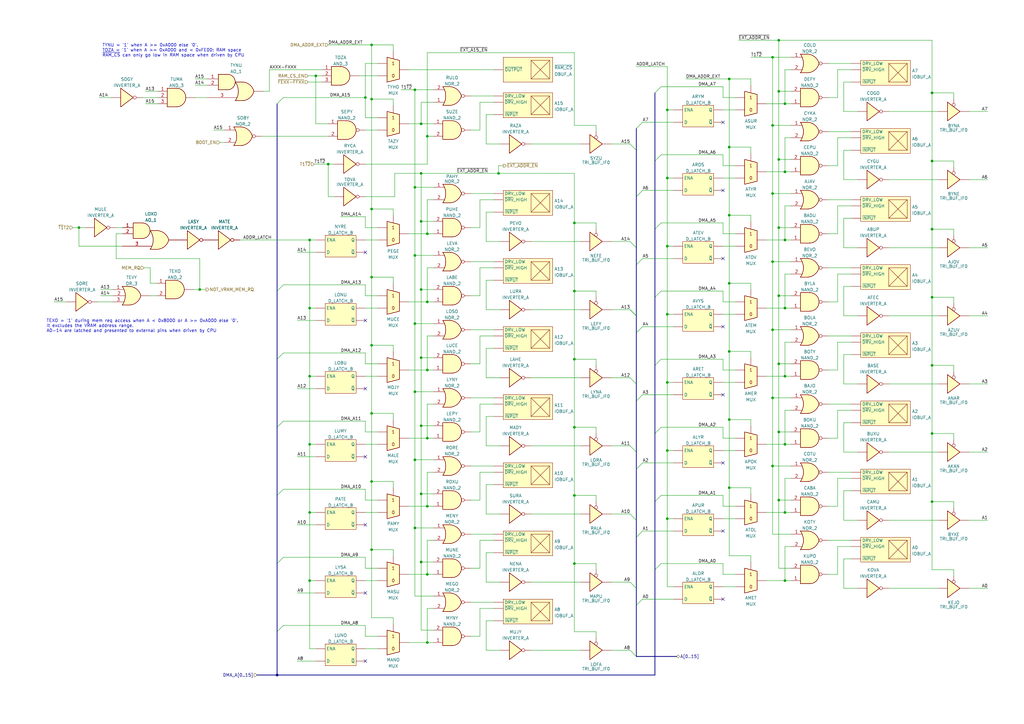
<source format=kicad_sch>
(kicad_sch (version 20211123) (generator eeschema)
  (paper "A3")
  (title_block (title "DMG CPU B") (date "2022-05-19") (rev "0") (company "CC-BY-SA-4.0 Régis Galland & Michael Singer -- Derived work from Furrtek") (comment 1 "https://github.com/msinger/dmg-schematics"))
  (junction (at 175.26 95.885))
  (junction (at 134.62 67.31))
  (junction (at 172.72 90.805))
  (junction (at 273.685 156.845))
  (junction (at 382.27 121.92))
  (junction (at 81.915 118.745))
  (junction (at 172.72 146.685))
  (junction (at 172.72 50.8))
  (junction (at 316.865 107.315))
  (junction (at 382.27 66.04))
  (junction (at 175.26 263.525))
  (junction (at 175.26 151.765))
  (junction (at 382.27 177.8))
  (junction (at 235.585 119.38))
  (junction (at 321.945 182.245))
  (junction (at 321.945 70.485))
  (junction (at 175.26 207.645))
  (junction (at 152.4 85.725))
  (junction (at 321.945 154.305))
  (junction (at 235.585 175.26))
  (junction (at 319.405 121.285))
  (junction (at 175.26 55.88))
  (junction (at 170.18 76.835))
  (junction (at 172.72 118.745))
  (junction (at 316.865 135.255))
  (junction (at 127 182.245))
  (junction (at 299.085 144.145))
  (junction (at 113.665 276.86))
  (junction (at 299.085 32.385))
  (junction (at 319.405 177.165))
  (junction (at 170.18 160.655))
  (junction (at 299.085 88.265))
  (junction (at 170.18 216.535))
  (junction (at 382.27 93.98))
  (junction (at 204.47 71.12))
  (junction (at 273.685 100.965))
  (junction (at 152.4 197.485))
  (junction (at 316.865 191.135))
  (junction (at 319.405 37.465))
  (junction (at 321.945 210.185))
  (junction (at 170.18 36.83))
  (junction (at 129.54 31.115))
  (junction (at 170.18 104.775))
  (junction (at 152.4 18.415))
  (junction (at 319.405 93.345))
  (junction (at 152.4 40.64))
  (junction (at 152.4 169.545))
  (junction (at 382.27 149.86))
  (junction (at 32.385 93.345))
  (junction (at 299.085 60.325))
  (junction (at 299.085 200.025))
  (junction (at 382.27 205.74))
  (junction (at 170.18 132.715))
  (junction (at 273.685 128.905))
  (junction (at 321.945 98.425))
  (junction (at 152.4 141.605))
  (junction (at 319.405 16.51))
  (junction (at 127 98.425))
  (junction (at 235.585 231.14))
  (junction (at 321.945 42.545))
  (junction (at 273.685 73.025))
  (junction (at 316.865 163.195))
  (junction (at 235.585 91.44))
  (junction (at 319.405 205.105))
  (junction (at 273.685 184.785))
  (junction (at 235.585 147.32))
  (junction (at 127 154.305))
  (junction (at 316.865 51.435))
  (junction (at 152.4 113.665))
  (junction (at 321.945 126.365))
  (junction (at 382.27 38.1))
  (junction (at 170.18 188.595))
  (junction (at 319.405 149.225))
  (junction (at 316.865 79.375))
  (junction (at 273.685 212.725))
  (junction (at 152.4 225.425))
  (junction (at 127 210.185))
  (junction (at 235.585 203.2))
  (junction (at 175.26 123.825))
  (junction (at 127 126.365))
  (junction (at 175.26 179.705))
  (junction (at 172.72 174.625))
  (junction (at 299.085 172.085))
  (junction (at 175.26 235.585))
  (junction (at 299.085 116.205))
  (junction (at 172.72 202.565))
  (junction (at 172.72 71.12))
  (junction (at 321.945 238.125))
  (junction (at 319.405 65.405))
  (junction (at 273.685 45.085))
  (junction (at 149.86 40.005))
  (junction (at 316.865 23.495))
  (junction (at 127 238.125))
  (junction (at 172.72 230.505))
  (no_connect (at 149.86 103.505))
  (no_connect (at 296.545 189.865))
  (no_connect (at 149.86 243.205))
  (no_connect (at 149.86 159.385))
  (no_connect (at 296.545 50.165))
  (no_connect (at 149.86 131.445))
  (no_connect (at 296.545 217.805))
  (no_connect (at 296.545 106.045))
  (no_connect (at 296.545 133.985))
  (no_connect (at 149.86 271.145))
  (no_connect (at 296.545 78.105))
  (no_connect (at 149.86 187.325))
  (no_connect (at 296.545 161.925))
  (no_connect (at 296.545 245.745))
  (no_connect (at 149.86 215.265))
  (bus_entry (at 271.145 35.56) (size -2.54 2.54))
  (bus_entry (at 271.145 231.14) (size -2.54 2.54))
  (bus_entry (at 258.445 182.88) (size 2.54 2.54))
  (bus_entry (at 271.145 147.32) (size -2.54 2.54))
  (bus_entry (at 263.525 245.745) (size -2.54 2.54))
  (bus_entry (at 258.445 154.94) (size 2.54 2.54))
  (bus_entry (at 116.205 172.72) (size -2.54 2.54))
  (bus_entry (at 258.445 127) (size 2.54 2.54))
  (bus_entry (at 271.145 91.44) (size -2.54 2.54))
  (bus_entry (at 258.445 238.76) (size 2.54 2.54))
  (bus_entry (at 116.205 116.84) (size -2.54 2.54))
  (bus_entry (at 258.445 210.82) (size 2.54 2.54))
  (bus_entry (at 116.205 144.78) (size -2.54 2.54))
  (bus_entry (at 271.145 63.5) (size -2.54 2.54))
  (bus_entry (at 263.525 133.985) (size -2.54 2.54))
  (bus_entry (at 263.525 217.805) (size -2.54 2.54))
  (bus_entry (at 258.445 266.7) (size 2.54 2.54))
  (bus_entry (at 116.205 40.005) (size -2.54 2.54))
  (bus_entry (at 271.145 203.2) (size -2.54 2.54))
  (bus_entry (at 263.525 161.925) (size -2.54 2.54))
  (bus_entry (at 116.205 228.6) (size -2.54 2.54))
  (bus_entry (at 116.205 200.66) (size -2.54 2.54))
  (bus_entry (at 116.205 256.54) (size -2.54 2.54))
  (bus_entry (at 271.145 119.38) (size -2.54 2.54))
  (bus_entry (at 258.445 59.055) (size 2.54 2.54))
  (bus_entry (at 263.525 50.165) (size -2.54 2.54))
  (bus_entry (at 258.445 99.06) (size 2.54 2.54))
  (bus_entry (at 263.525 78.105) (size -2.54 2.54))
  (bus_entry (at 258.445 127) (size 2.54 2.54))
  (bus_entry (at 263.525 189.865) (size -2.54 2.54))
  (bus_entry (at 271.145 175.26) (size -2.54 2.54))
  (bus_entry (at 263.525 106.045) (size -2.54 2.54))
  (wire (pts (xy 134.62 67.31) (xy 137.16 67.31)))
  (wire (pts (xy 193.04 163.195) (xy 202.565 163.195)))
  (wire (pts (xy 273.685 212.725) (xy 273.685 240.665)))
  (wire (pts (xy 244.475 231.14) (xy 235.585 231.14)))
  (wire (pts (xy 301.625 45.085) (xy 296.545 45.085)))
  (wire (pts (xy 47.625 95.885) (xy 47.625 106.045)))
  (wire (pts (xy 258.445 266.7) (xy 250.825 266.7)))
  (wire (pts (xy 351.79 241.3) (xy 346.075 241.3)))
  (wire (pts (xy 167.64 151.765) (xy 175.26 151.765)))
  (wire (pts (xy 324.485 168.275) (xy 321.945 168.275)))
  (wire (pts (xy 346.075 173.355) (xy 346.075 185.42)))
  (wire (pts (xy 129.54 50.8) (xy 134.62 50.8)))
  (wire (pts (xy 196.85 109.855) (xy 196.85 121.285)))
  (wire (pts (xy 152.4 169.545) (xy 161.29 169.545)))
  (wire (pts (xy 316.865 163.195) (xy 316.865 191.135)))
  (wire (pts (xy 161.29 116.205) (xy 161.29 113.665)))
  (wire (pts (xy 343.535 84.455) (xy 343.535 95.885)))
  (wire (pts (xy 301.625 207.645) (xy 296.545 207.645)))
  (wire (pts (xy 299.085 172.085) (xy 299.085 200.025)))
  (wire (pts (xy 149.86 93.345) (xy 149.86 88.9)))
  (wire (pts (xy 271.145 175.26) (xy 296.545 175.26)))
  (wire (pts (xy 196.85 249.555) (xy 196.85 260.985)))
  (wire (pts (xy 205.105 154.94) (xy 199.39 154.94)))
  (wire (pts (xy 175.26 21.59) (xy 175.26 55.88)))
  (wire (pts (xy 319.405 65.405) (xy 319.405 93.345)))
  (wire (pts (xy 172.72 146.685) (xy 172.72 174.625)))
  (wire (pts (xy 276.225 73.025) (xy 273.685 73.025)))
  (wire (pts (xy 193.04 247.015) (xy 202.565 247.015)))
  (wire (pts (xy 349.25 201.295) (xy 346.075 201.295)))
  (wire (pts (xy 161.29 144.145) (xy 161.29 141.605)))
  (wire (pts (xy 202.565 198.755) (xy 199.39 198.755)))
  (wire (pts (xy 343.535 235.585) (xy 339.725 235.585)))
  (wire (pts (xy 32.385 100.965) (xy 32.385 93.345)))
  (wire (pts (xy 382.27 93.98) (xy 382.27 121.92)))
  (wire (pts (xy 349.25 196.215) (xy 343.535 196.215)))
  (wire (pts (xy 263.525 245.745) (xy 276.225 245.745)))
  (wire (pts (xy 154.94 260.985) (xy 149.86 260.985)))
  (wire (pts (xy 321.945 70.485) (xy 324.485 70.485)))
  (wire (pts (xy 161.29 253.365) (xy 152.4 253.365)))
  (wire (pts (xy 321.945 112.395) (xy 321.945 126.365)))
  (wire (pts (xy 299.085 144.145) (xy 307.975 144.145)))
  (wire (pts (xy 170.18 216.535) (xy 170.18 244.475)))
  (wire (pts (xy 58.42 40.005) (xy 64.77 40.005)))
  (wire (pts (xy 50.165 100.965) (xy 32.385 100.965)))
  (wire (pts (xy 147.32 31.115) (xy 154.94 31.115)))
  (wire (pts (xy 296.545 207.645) (xy 296.545 203.2)))
  (wire (pts (xy 134.62 80.645) (xy 137.16 80.645)))
  (wire (pts (xy 258.445 99.06) (xy 250.825 99.06)))
  (wire (pts (xy 199.39 226.695) (xy 199.39 238.76)))
  (wire (pts (xy 87.63 53.34) (xy 92.075 53.34)))
  (wire (pts (xy 324.485 79.375) (xy 316.865 79.375)))
  (wire (pts (xy 299.085 116.205) (xy 307.975 116.205)))
  (wire (pts (xy 244.475 93.98) (xy 244.475 91.44)))
  (wire (pts (xy 405.13 73.66) (xy 397.51 73.66)))
  (wire (pts (xy 351.79 157.48) (xy 346.075 157.48)))
  (wire (pts (xy 127 210.185) (xy 127 238.125)))
  (wire (pts (xy 299.085 60.325) (xy 299.085 88.265)))
  (wire (pts (xy 324.485 121.285) (xy 319.405 121.285)))
  (wire (pts (xy 382.27 149.86) (xy 382.27 177.8)))
  (wire (pts (xy 343.535 224.155) (xy 343.535 235.585)))
  (bus (pts (xy 113.665 42.545) (xy 113.665 119.38)))
  (wire (pts (xy 273.685 100.965) (xy 273.685 128.905)))
  (wire (pts (xy 319.405 205.105) (xy 319.405 233.045)))
  (wire (pts (xy 29.845 93.345) (xy 32.385 93.345)))
  (wire (pts (xy 110.49 37.465) (xy 107.95 37.465)))
  (wire (pts (xy 204.47 71.12) (xy 204.47 67.945)))
  (wire (pts (xy 351.79 45.72) (xy 346.075 45.72)))
  (wire (pts (xy 161.29 227.965) (xy 161.29 225.425)))
  (wire (pts (xy 110.49 28.575) (xy 110.49 37.465)))
  (wire (pts (xy 319.405 149.225) (xy 319.405 177.165)))
  (wire (pts (xy 346.075 89.535) (xy 346.075 101.6)))
  (wire (pts (xy 301.625 123.825) (xy 296.545 123.825)))
  (wire (pts (xy 177.8 258.445) (xy 172.72 258.445)))
  (wire (pts (xy 316.865 107.315) (xy 316.865 135.255)))
  (wire (pts (xy 205.105 266.7) (xy 199.39 266.7)))
  (wire (pts (xy 152.4 225.425) (xy 152.4 253.365)))
  (wire (pts (xy 205.105 59.055) (xy 199.39 59.055)))
  (wire (pts (xy 244.475 233.68) (xy 244.475 231.14)))
  (wire (pts (xy 127 98.425) (xy 127 126.365)))
  (wire (pts (xy 161.925 71.12) (xy 161.925 80.645)))
  (wire (pts (xy 167.64 179.705) (xy 175.26 179.705)))
  (wire (pts (xy 339.725 137.795) (xy 349.25 137.795)))
  (wire (pts (xy 349.25 56.515) (xy 343.535 56.515)))
  (wire (pts (xy 22.225 123.825) (xy 27.305 123.825)))
  (wire (pts (xy 324.485 205.105) (xy 319.405 205.105)))
  (wire (pts (xy 177.8 90.805) (xy 172.72 90.805)))
  (bus (pts (xy 260.985 241.3) (xy 260.985 248.285)))
  (wire (pts (xy 391.16 236.22) (xy 391.16 233.68)))
  (wire (pts (xy 271.145 91.44) (xy 296.545 91.44)))
  (bus (pts (xy 260.985 108.585) (xy 260.985 129.54)))
  (wire (pts (xy 299.085 200.025) (xy 299.085 227.965)))
  (wire (pts (xy 299.085 60.325) (xy 307.975 60.325)))
  (bus (pts (xy 260.985 248.285) (xy 260.985 269.24)))
  (wire (pts (xy 307.975 90.805) (xy 307.975 88.265)))
  (wire (pts (xy 258.445 210.82) (xy 250.825 210.82)))
  (wire (pts (xy 161.29 20.955) (xy 161.29 18.415)))
  (wire (pts (xy 202.565 221.615) (xy 196.85 221.615)))
  (wire (pts (xy 324.485 233.045) (xy 319.405 233.045)))
  (wire (pts (xy 199.39 46.99) (xy 199.39 59.055)))
  (wire (pts (xy 324.485 112.395) (xy 321.945 112.395)))
  (bus (pts (xy 113.665 203.2) (xy 113.665 231.14)))
  (wire (pts (xy 324.485 56.515) (xy 321.945 56.515)))
  (wire (pts (xy 321.945 56.515) (xy 321.945 70.485)))
  (wire (pts (xy 346.075 201.295) (xy 346.075 213.36)))
  (wire (pts (xy 391.16 208.28) (xy 391.16 205.74)))
  (bus (pts (xy 113.665 175.26) (xy 113.665 203.2)))
  (wire (pts (xy 152.4 197.485) (xy 161.29 197.485)))
  (wire (pts (xy 321.945 238.125) (xy 324.485 238.125)))
  (wire (pts (xy 258.445 154.94) (xy 250.825 154.94)))
  (wire (pts (xy 301.625 151.765) (xy 296.545 151.765)))
  (wire (pts (xy 391.16 177.8) (xy 382.27 177.8)))
  (wire (pts (xy 116.205 200.66) (xy 149.86 200.66)))
  (wire (pts (xy 319.405 177.165) (xy 319.405 205.105)))
  (wire (pts (xy 129.54 182.245) (xy 127 182.245)))
  (wire (pts (xy 152.4 169.545) (xy 152.4 197.485)))
  (wire (pts (xy 202.565 46.99) (xy 199.39 46.99)))
  (wire (pts (xy 127 154.305) (xy 127 182.245)))
  (wire (pts (xy 307.975 118.745) (xy 307.975 116.205)))
  (wire (pts (xy 152.4 40.64) (xy 152.4 85.725)))
  (wire (pts (xy 177.8 146.685) (xy 172.72 146.685)))
  (wire (pts (xy 149.86 121.285) (xy 149.86 116.84)))
  (bus (pts (xy 268.605 177.8) (xy 268.605 205.74)))
  (wire (pts (xy 170.18 36.83) (xy 177.8 36.83)))
  (wire (pts (xy 205.105 127) (xy 199.39 127)))
  (wire (pts (xy 127 238.125) (xy 127 266.065)))
  (wire (pts (xy 152.4 141.605) (xy 161.29 141.605)))
  (wire (pts (xy 152.4 113.665) (xy 161.29 113.665)))
  (wire (pts (xy 382.27 205.74) (xy 382.27 233.68)))
  (wire (pts (xy 202.565 114.935) (xy 199.39 114.935)))
  (wire (pts (xy 116.205 116.84) (xy 149.86 116.84)))
  (wire (pts (xy 161.29 255.905) (xy 161.29 253.365)))
  (wire (pts (xy 301.625 67.945) (xy 296.545 67.945)))
  (wire (pts (xy 202.565 226.695) (xy 199.39 226.695)))
  (wire (pts (xy 391.16 121.92) (xy 382.27 121.92)))
  (wire (pts (xy 81.915 106.045) (xy 81.915 118.745)))
  (wire (pts (xy 316.865 191.135) (xy 316.865 219.075)))
  (wire (pts (xy 339.725 165.735) (xy 349.25 165.735)))
  (wire (pts (xy 154.94 149.225) (xy 149.86 149.225)))
  (wire (pts (xy 154.94 98.425) (xy 149.86 98.425)))
  (bus (pts (xy 260.985 101.6) (xy 260.985 108.585)))
  (wire (pts (xy 196.85 221.615) (xy 196.85 233.045)))
  (wire (pts (xy 324.485 196.215) (xy 321.945 196.215)))
  (wire (pts (xy 175.26 95.885) (xy 177.8 95.885)))
  (wire (pts (xy 391.16 40.64) (xy 391.16 38.1)))
  (wire (pts (xy 301.625 128.905) (xy 296.545 128.905)))
  (wire (pts (xy 343.535 40.005) (xy 339.725 40.005)))
  (wire (pts (xy 152.4 18.415) (xy 152.4 40.64)))
  (wire (pts (xy 177.8 165.735) (xy 175.26 165.735)))
  (wire (pts (xy 244.475 175.26) (xy 235.585 175.26)))
  (wire (pts (xy 258.445 59.055) (xy 250.825 59.055)))
  (wire (pts (xy 351.79 129.54) (xy 346.075 129.54)))
  (wire (pts (xy 177.8 118.745) (xy 172.72 118.745)))
  (wire (pts (xy 244.475 259.08) (xy 235.585 259.08)))
  (wire (pts (xy 172.72 41.91) (xy 172.72 50.8)))
  (wire (pts (xy 196.85 53.34) (xy 193.04 53.34)))
  (wire (pts (xy 316.865 79.375) (xy 316.865 107.315)))
  (wire (pts (xy 154.94 26.035) (xy 149.86 26.035)))
  (wire (pts (xy 349.25 33.655) (xy 346.075 33.655)))
  (wire (pts (xy 175.26 207.645) (xy 177.8 207.645)))
  (wire (pts (xy 384.81 241.3) (xy 364.49 241.3)))
  (wire (pts (xy 391.16 96.52) (xy 391.16 93.98)))
  (wire (pts (xy 273.685 156.845) (xy 273.685 184.785)))
  (wire (pts (xy 126.365 31.115) (xy 129.54 31.115)))
  (wire (pts (xy 346.075 61.595) (xy 346.075 73.66)))
  (wire (pts (xy 129.54 126.365) (xy 127 126.365)))
  (wire (pts (xy 405.13 101.6) (xy 397.51 101.6)))
  (wire (pts (xy 258.445 238.76) (xy 250.825 238.76)))
  (bus (pts (xy 260.985 136.525) (xy 260.985 157.48)))
  (bus (pts (xy 113.665 276.86) (xy 268.605 276.86)))
  (wire (pts (xy 235.585 21.59) (xy 235.585 51.435)))
  (wire (pts (xy 351.79 185.42) (xy 346.075 185.42)))
  (wire (pts (xy 177.8 137.795) (xy 175.26 137.795)))
  (wire (pts (xy 175.26 123.825) (xy 177.8 123.825)))
  (wire (pts (xy 121.92 215.265) (xy 129.54 215.265)))
  (wire (pts (xy 299.085 88.265) (xy 299.085 116.205)))
  (wire (pts (xy 61.595 121.285) (xy 64.135 121.285)))
  (wire (pts (xy 177.8 202.565) (xy 172.72 202.565)))
  (wire (pts (xy 175.26 235.585) (xy 177.8 235.585)))
  (bus (pts (xy 268.605 38.1) (xy 268.605 66.04)))
  (wire (pts (xy 177.8 193.675) (xy 175.26 193.675)))
  (wire (pts (xy 324.485 140.335) (xy 321.945 140.335)))
  (wire (pts (xy 301.625 156.845) (xy 296.545 156.845)))
  (wire (pts (xy 319.405 93.345) (xy 319.405 121.285)))
  (wire (pts (xy 307.975 34.925) (xy 307.975 32.385)))
  (wire (pts (xy 196.85 41.91) (xy 196.85 53.34)))
  (wire (pts (xy 384.81 213.36) (xy 364.49 213.36)))
  (wire (pts (xy 152.4 141.605) (xy 152.4 169.545)))
  (wire (pts (xy 167.64 95.885) (xy 175.26 95.885)))
  (wire (pts (xy 116.205 144.78) (xy 149.86 144.78)))
  (wire (pts (xy 205.105 238.76) (xy 199.39 238.76)))
  (wire (pts (xy 81.915 118.745) (xy 84.455 118.745)))
  (wire (pts (xy 307.975 230.505) (xy 307.975 227.965)))
  (wire (pts (xy 321.945 98.425) (xy 324.485 98.425)))
  (wire (pts (xy 196.85 165.735) (xy 196.85 177.165)))
  (wire (pts (xy 235.585 91.44) (xy 235.585 71.12)))
  (wire (pts (xy 271.145 203.2) (xy 296.545 203.2)))
  (wire (pts (xy 161.29 43.18) (xy 161.29 40.64)))
  (wire (pts (xy 167.64 28.575) (xy 202.565 28.575)))
  (wire (pts (xy 301.625 73.025) (xy 296.545 73.025)))
  (wire (pts (xy 196.85 193.675) (xy 196.85 205.105)))
  (wire (pts (xy 172.72 90.805) (xy 172.72 118.745)))
  (wire (pts (xy 296.545 123.825) (xy 296.545 119.38)))
  (wire (pts (xy 154.94 205.105) (xy 149.86 205.105)))
  (wire (pts (xy 202.565 170.815) (xy 199.39 170.815)))
  (wire (pts (xy 139.7 88.9) (xy 149.86 88.9)))
  (wire (pts (xy 116.205 172.72) (xy 149.86 172.72)))
  (wire (pts (xy 152.4 225.425) (xy 161.29 225.425)))
  (wire (pts (xy 154.94 48.26) (xy 149.86 48.26)))
  (wire (pts (xy 175.26 221.615) (xy 175.26 235.585)))
  (wire (pts (xy 343.535 140.335) (xy 343.535 151.765)))
  (wire (pts (xy 177.8 188.595) (xy 170.18 188.595)))
  (wire (pts (xy 238.125 182.88) (xy 217.805 182.88)))
  (wire (pts (xy 154.94 154.305) (xy 149.86 154.305)))
  (wire (pts (xy 32.385 93.345) (xy 34.925 93.345)))
  (wire (pts (xy 235.585 91.44) (xy 235.585 119.38)))
  (wire (pts (xy 405.13 185.42) (xy 397.51 185.42)))
  (wire (pts (xy 319.405 16.51) (xy 382.27 16.51)))
  (wire (pts (xy 349.25 145.415) (xy 346.075 145.415)))
  (bus (pts (xy 260.985 220.345) (xy 260.985 241.3)))
  (wire (pts (xy 271.145 231.14) (xy 296.545 231.14)))
  (wire (pts (xy 47.625 106.045) (xy 81.915 106.045)))
  (wire (pts (xy 263.525 189.865) (xy 276.225 189.865)))
  (wire (pts (xy 263.525 78.105) (xy 276.225 78.105)))
  (wire (pts (xy 40.005 123.825) (xy 46.355 123.825)))
  (wire (pts (xy 273.685 128.905) (xy 273.685 156.845)))
  (wire (pts (xy 349.25 140.335) (xy 343.535 140.335)))
  (bus (pts (xy 268.605 66.04) (xy 268.605 93.98)))
  (wire (pts (xy 307.975 62.865) (xy 307.975 60.325)))
  (wire (pts (xy 324.485 224.155) (xy 321.945 224.155)))
  (wire (pts (xy 382.27 177.8) (xy 382.27 205.74)))
  (wire (pts (xy 339.725 109.855) (xy 349.25 109.855)))
  (wire (pts (xy 121.92 159.385) (xy 129.54 159.385)))
  (wire (pts (xy 343.535 67.945) (xy 339.725 67.945)))
  (wire (pts (xy 324.485 37.465) (xy 319.405 37.465)))
  (wire (pts (xy 271.145 63.5) (xy 296.545 63.5)))
  (wire (pts (xy 129.54 210.185) (xy 127 210.185)))
  (bus (pts (xy 113.665 231.14) (xy 113.665 259.08)))
  (wire (pts (xy 121.92 103.505) (xy 129.54 103.505)))
  (wire (pts (xy 384.81 129.54) (xy 364.49 129.54)))
  (wire (pts (xy 382.27 16.51) (xy 382.27 38.1)))
  (wire (pts (xy 175.26 81.915) (xy 175.26 95.885)))
  (wire (pts (xy 346.075 145.415) (xy 346.075 157.48)))
  (wire (pts (xy 149.86 205.105) (xy 149.86 200.66)))
  (wire (pts (xy 349.25 173.355) (xy 346.075 173.355)))
  (wire (pts (xy 316.865 51.435) (xy 316.865 79.375)))
  (wire (pts (xy 244.475 149.86) (xy 244.475 147.32)))
  (wire (pts (xy 260.985 27.305) (xy 273.685 27.305)))
  (wire (pts (xy 149.86 177.165) (xy 149.86 172.72)))
  (wire (pts (xy 235.585 175.26) (xy 235.585 203.2)))
  (bus (pts (xy 268.605 121.92) (xy 268.605 149.86)))
  (wire (pts (xy 193.04 135.255) (xy 202.565 135.255)))
  (wire (pts (xy 235.585 203.2) (xy 235.585 231.14)))
  (wire (pts (xy 349.25 224.155) (xy 343.535 224.155)))
  (wire (pts (xy 314.325 126.365) (xy 321.945 126.365)))
  (wire (pts (xy 276.225 100.965) (xy 273.685 100.965)))
  (wire (pts (xy 339.725 193.675) (xy 349.25 193.675)))
  (wire (pts (xy 281.305 32.385) (xy 299.085 32.385)))
  (wire (pts (xy 177.8 132.715) (xy 170.18 132.715)))
  (wire (pts (xy 134.62 67.31) (xy 134.62 80.645)))
  (wire (pts (xy 343.535 196.215) (xy 343.535 207.645)))
  (wire (pts (xy 321.945 28.575) (xy 321.945 42.545)))
  (wire (pts (xy 276.225 240.665) (xy 273.685 240.665)))
  (wire (pts (xy 196.85 177.165) (xy 193.04 177.165)))
  (wire (pts (xy 349.25 229.235) (xy 346.075 229.235)))
  (wire (pts (xy 172.72 71.12) (xy 161.925 71.12)))
  (wire (pts (xy 349.25 117.475) (xy 346.075 117.475)))
  (wire (pts (xy 296.545 235.585) (xy 296.545 231.14)))
  (wire (pts (xy 405.13 45.72) (xy 397.51 45.72)))
  (wire (pts (xy 126.365 33.655) (xy 132.08 33.655)))
  (wire (pts (xy 307.975 202.565) (xy 307.975 200.025)))
  (wire (pts (xy 384.81 185.42) (xy 364.49 185.42)))
  (wire (pts (xy 161.29 200.025) (xy 161.29 197.485)))
  (wire (pts (xy 193.04 219.075) (xy 202.565 219.075)))
  (wire (pts (xy 235.585 71.12) (xy 204.47 71.12)))
  (wire (pts (xy 321.945 140.335) (xy 321.945 154.305)))
  (wire (pts (xy 129.54 98.425) (xy 127 98.425)))
  (wire (pts (xy 343.535 179.705) (xy 339.725 179.705)))
  (wire (pts (xy 116.205 256.54) (xy 149.86 256.54)))
  (wire (pts (xy 343.535 112.395) (xy 343.535 123.825)))
  (wire (pts (xy 299.085 88.265) (xy 307.975 88.265)))
  (wire (pts (xy 134.62 18.415) (xy 152.4 18.415)))
  (wire (pts (xy 307.975 174.625) (xy 307.975 172.085)))
  (bus (pts (xy 260.985 61.595) (xy 260.985 80.645)))
  (wire (pts (xy 391.16 233.68) (xy 382.27 233.68)))
  (wire (pts (xy 167.64 123.825) (xy 175.26 123.825)))
  (wire (pts (xy 167.64 207.645) (xy 175.26 207.645)))
  (wire (pts (xy 154.94 210.185) (xy 149.86 210.185)))
  (wire (pts (xy 199.39 86.995) (xy 199.39 99.06)))
  (wire (pts (xy 107.315 55.88) (xy 134.62 55.88)))
  (wire (pts (xy 175.26 109.855) (xy 175.26 123.825)))
  (wire (pts (xy 238.125 210.82) (xy 217.805 210.82)))
  (wire (pts (xy 301.625 40.005) (xy 296.545 40.005)))
  (wire (pts (xy 321.945 224.155) (xy 321.945 238.125)))
  (wire (pts (xy 314.325 210.185) (xy 321.945 210.185)))
  (wire (pts (xy 316.865 23.495) (xy 316.865 51.435)))
  (wire (pts (xy 154.94 93.345) (xy 149.86 93.345)))
  (wire (pts (xy 271.145 147.32) (xy 296.545 147.32)))
  (wire (pts (xy 301.625 179.705) (xy 296.545 179.705)))
  (wire (pts (xy 296.545 95.885) (xy 296.545 91.44)))
  (wire (pts (xy 59.69 42.545) (xy 64.77 42.545)))
  (wire (pts (xy 170.18 76.835) (xy 170.18 104.775)))
  (wire (pts (xy 263.525 217.805) (xy 276.225 217.805)))
  (wire (pts (xy 196.85 81.915) (xy 196.85 93.345)))
  (wire (pts (xy 152.4 18.415) (xy 161.29 18.415)))
  (wire (pts (xy 314.325 154.305) (xy 321.945 154.305)))
  (wire (pts (xy 177.8 55.88) (xy 175.26 55.88)))
  (wire (pts (xy 258.445 127) (xy 250.825 127)))
  (wire (pts (xy 152.4 40.64) (xy 161.29 40.64)))
  (wire (pts (xy 80.01 34.925) (xy 85.09 34.925)))
  (wire (pts (xy 170.18 160.655) (xy 170.18 188.595)))
  (wire (pts (xy 177.8 249.555) (xy 175.26 249.555)))
  (wire (pts (xy 324.485 84.455) (xy 321.945 84.455)))
  (wire (pts (xy 61.595 116.205) (xy 61.595 109.855)))
  (wire (pts (xy 346.075 229.235) (xy 346.075 241.3)))
  (wire (pts (xy 307.975 227.965) (xy 299.085 227.965)))
  (wire (pts (xy 50.165 93.345) (xy 47.625 93.345)))
  (wire (pts (xy 202.565 81.915) (xy 196.85 81.915)))
  (wire (pts (xy 177.8 244.475) (xy 170.18 244.475)))
  (wire (pts (xy 299.085 144.145) (xy 299.085 172.085)))
  (wire (pts (xy 244.475 205.74) (xy 244.475 203.2)))
  (wire (pts (xy 263.525 133.985) (xy 276.225 133.985)))
  (wire (pts (xy 391.16 149.86) (xy 382.27 149.86)))
  (wire (pts (xy 196.85 205.105) (xy 193.04 205.105)))
  (wire (pts (xy 301.625 184.785) (xy 296.545 184.785)))
  (bus (pts (xy 260.985 185.42) (xy 260.985 192.405)))
  (bus (pts (xy 260.985 52.705) (xy 260.985 61.595)))
  (wire (pts (xy 98.425 98.425) (xy 127 98.425)))
  (wire (pts (xy 177.8 41.91) (xy 172.72 41.91)))
  (wire (pts (xy 170.18 36.83) (xy 170.18 76.835)))
  (bus (pts (xy 268.605 149.86) (xy 268.605 177.8)))
  (wire (pts (xy 170.18 188.595) (xy 170.18 216.535)))
  (bus (pts (xy 260.985 129.54) (xy 260.985 136.525)))
  (wire (pts (xy 129.54 31.115) (xy 129.54 50.8)))
  (wire (pts (xy 391.16 205.74) (xy 382.27 205.74)))
  (wire (pts (xy 193.04 107.315) (xy 202.565 107.315)))
  (wire (pts (xy 384.81 101.6) (xy 364.49 101.6)))
  (wire (pts (xy 324.485 163.195) (xy 316.865 163.195)))
  (wire (pts (xy 80.01 32.385) (xy 85.09 32.385)))
  (wire (pts (xy 90.17 58.42) (xy 92.075 58.42)))
  (wire (pts (xy 177.8 230.505) (xy 172.72 230.505)))
  (wire (pts (xy 299.085 172.085) (xy 307.975 172.085)))
  (wire (pts (xy 391.16 180.34) (xy 391.16 177.8)))
  (wire (pts (xy 405.13 213.36) (xy 397.51 213.36)))
  (wire (pts (xy 152.4 85.725) (xy 161.29 85.725)))
  (wire (pts (xy 170.18 132.715) (xy 170.18 160.655)))
  (wire (pts (xy 177.8 104.775) (xy 170.18 104.775)))
  (wire (pts (xy 296.545 67.945) (xy 296.545 63.5)))
  (wire (pts (xy 324.485 23.495) (xy 316.865 23.495)))
  (wire (pts (xy 321.945 210.185) (xy 324.485 210.185)))
  (wire (pts (xy 324.485 219.075) (xy 316.865 219.075)))
  (wire (pts (xy 276.225 128.905) (xy 273.685 128.905)))
  (wire (pts (xy 276.225 212.725) (xy 273.685 212.725)))
  (wire (pts (xy 175.26 55.88) (xy 175.26 67.31)))
  (wire (pts (xy 154.94 233.045) (xy 149.86 233.045)))
  (wire (pts (xy 202.565 142.875) (xy 199.39 142.875)))
  (wire (pts (xy 116.205 40.005) (xy 149.86 40.005)))
  (wire (pts (xy 276.225 45.085) (xy 273.685 45.085)))
  (wire (pts (xy 177.8 216.535) (xy 170.18 216.535)))
  (wire (pts (xy 244.475 119.38) (xy 235.585 119.38)))
  (wire (pts (xy 205.105 182.88) (xy 199.39 182.88)))
  (wire (pts (xy 202.565 249.555) (xy 196.85 249.555)))
  (wire (pts (xy 321.945 154.305) (xy 324.485 154.305)))
  (wire (pts (xy 349.25 28.575) (xy 343.535 28.575)))
  (wire (pts (xy 244.475 147.32) (xy 235.585 147.32)))
  (wire (pts (xy 299.085 32.385) (xy 299.085 60.325)))
  (wire (pts (xy 405.13 241.3) (xy 397.51 241.3)))
  (wire (pts (xy 152.4 85.725) (xy 152.4 113.665)))
  (wire (pts (xy 204.47 71.12) (xy 172.72 71.12)))
  (wire (pts (xy 149.86 260.985) (xy 149.86 256.54)))
  (wire (pts (xy 167.64 235.585) (xy 175.26 235.585)))
  (wire (pts (xy 339.725 221.615) (xy 349.25 221.615)))
  (wire (pts (xy 391.16 68.58) (xy 391.16 66.04)))
  (wire (pts (xy 128.905 67.31) (xy 134.62 67.31)))
  (wire (pts (xy 391.16 66.04) (xy 382.27 66.04)))
  (wire (pts (xy 121.92 271.145) (xy 129.54 271.145)))
  (wire (pts (xy 343.535 168.275) (xy 343.535 179.705)))
  (wire (pts (xy 244.475 177.8) (xy 244.475 175.26)))
  (wire (pts (xy 314.325 182.245) (xy 321.945 182.245)))
  (wire (pts (xy 349.25 112.395) (xy 343.535 112.395)))
  (wire (pts (xy 202.565 109.855) (xy 196.85 109.855)))
  (wire (pts (xy 154.94 182.245) (xy 149.86 182.245)))
  (wire (pts (xy 301.625 100.965) (xy 296.545 100.965)))
  (wire (pts (xy 324.485 191.135) (xy 316.865 191.135)))
  (wire (pts (xy 177.8 109.855) (xy 175.26 109.855)))
  (wire (pts (xy 391.16 38.1) (xy 382.27 38.1)))
  (wire (pts (xy 301.625 235.585) (xy 296.545 235.585)))
  (bus (pts (xy 113.665 119.38) (xy 113.665 147.32)))
  (wire (pts (xy 301.625 95.885) (xy 296.545 95.885)))
  (wire (pts (xy 324.485 107.315) (xy 316.865 107.315)))
  (wire (pts (xy 343.535 123.825) (xy 339.725 123.825)))
  (wire (pts (xy 59.055 109.855) (xy 61.595 109.855)))
  (wire (pts (xy 244.475 261.62) (xy 244.475 259.08)))
  (wire (pts (xy 205.105 210.82) (xy 199.39 210.82)))
  (wire (pts (xy 149.86 233.045) (xy 149.86 228.6)))
  (wire (pts (xy 152.4 113.665) (xy 152.4 141.605)))
  (wire (pts (xy 80.01 40.005) (xy 85.09 40.005)))
  (wire (pts (xy 121.92 243.205) (xy 129.54 243.205)))
  (wire (pts (xy 273.685 27.305) (xy 273.685 45.085)))
  (wire (pts (xy 129.54 266.065) (xy 127 266.065)))
  (wire (pts (xy 324.485 65.405) (xy 319.405 65.405)))
  (wire (pts (xy 258.445 182.88) (xy 250.825 182.88)))
  (wire (pts (xy 263.525 106.045) (xy 276.225 106.045)))
  (wire (pts (xy 339.725 81.915) (xy 349.25 81.915)))
  (wire (pts (xy 314.325 98.425) (xy 321.945 98.425)))
  (wire (pts (xy 321.945 126.365) (xy 324.485 126.365)))
  (wire (pts (xy 196.85 149.225) (xy 193.04 149.225)))
  (wire (pts (xy 199.39 114.935) (xy 199.39 127)))
  (wire (pts (xy 175.26 21.59) (xy 235.585 21.59)))
  (wire (pts (xy 405.13 157.48) (xy 397.51 157.48)))
  (wire (pts (xy 235.585 119.38) (xy 235.585 147.32)))
  (wire (pts (xy 263.525 50.165) (xy 276.225 50.165)))
  (wire (pts (xy 321.945 196.215) (xy 321.945 210.185)))
  (wire (pts (xy 299.085 200.025) (xy 307.975 200.025)))
  (bus (pts (xy 105.41 276.86) (xy 113.665 276.86)))
  (wire (pts (xy 172.72 174.625) (xy 172.72 202.565)))
  (wire (pts (xy 391.16 152.4) (xy 391.16 149.86)))
  (bus (pts (xy 113.665 259.08) (xy 113.665 276.86)))
  (wire (pts (xy 129.54 154.305) (xy 127 154.305)))
  (wire (pts (xy 346.075 117.475) (xy 346.075 129.54)))
  (wire (pts (xy 351.79 101.6) (xy 346.075 101.6)))
  (wire (pts (xy 324.485 51.435) (xy 316.865 51.435)))
  (wire (pts (xy 314.325 70.485) (xy 321.945 70.485)))
  (bus (pts (xy 260.985 213.36) (xy 260.985 220.345)))
  (wire (pts (xy 175.26 263.525) (xy 177.8 263.525)))
  (wire (pts (xy 382.27 38.1) (xy 382.27 66.04)))
  (wire (pts (xy 172.72 202.565) (xy 172.72 230.505)))
  (wire (pts (xy 314.325 238.125) (xy 321.945 238.125)))
  (bus (pts (xy 260.985 164.465) (xy 260.985 185.42)))
  (wire (pts (xy 129.54 238.125) (xy 127 238.125)))
  (wire (pts (xy 161.29 88.265) (xy 161.29 85.725)))
  (wire (pts (xy 324.485 93.345) (xy 319.405 93.345)))
  (wire (pts (xy 202.565 193.675) (xy 196.85 193.675)))
  (wire (pts (xy 199.39 170.815) (xy 199.39 182.88)))
  (wire (pts (xy 276.225 184.785) (xy 273.685 184.785)))
  (wire (pts (xy 196.85 137.795) (xy 196.85 149.225)))
  (wire (pts (xy 349.25 89.535) (xy 346.075 89.535)))
  (wire (pts (xy 193.04 191.135) (xy 202.565 191.135)))
  (wire (pts (xy 238.125 59.055) (xy 217.805 59.055)))
  (wire (pts (xy 343.535 95.885) (xy 339.725 95.885)))
  (wire (pts (xy 301.625 240.665) (xy 296.545 240.665)))
  (bus (pts (xy 268.605 93.98) (xy 268.605 121.92)))
  (wire (pts (xy 196.85 260.985) (xy 193.04 260.985)))
  (wire (pts (xy 172.72 118.745) (xy 172.72 146.685)))
  (wire (pts (xy 154.94 238.125) (xy 149.86 238.125)))
  (wire (pts (xy 202.565 137.795) (xy 196.85 137.795)))
  (wire (pts (xy 343.535 56.515) (xy 343.535 67.945)))
  (wire (pts (xy 149.86 80.645) (xy 161.925 80.645)))
  (wire (pts (xy 79.375 118.745) (xy 81.915 118.745)))
  (wire (pts (xy 177.8 81.915) (xy 175.26 81.915)))
  (wire (pts (xy 235.585 231.14) (xy 235.585 259.08)))
  (wire (pts (xy 202.565 86.995) (xy 199.39 86.995)))
  (wire (pts (xy 196.85 233.045) (xy 193.04 233.045)))
  (wire (pts (xy 276.225 156.845) (xy 273.685 156.845)))
  (wire (pts (xy 301.625 212.725) (xy 296.545 212.725)))
  (wire (pts (xy 164.465 36.83) (xy 170.18 36.83)))
  (wire (pts (xy 152.4 197.485) (xy 152.4 225.425)))
  (wire (pts (xy 167.64 263.525) (xy 175.26 263.525)))
  (wire (pts (xy 391.16 93.98) (xy 382.27 93.98)))
  (wire (pts (xy 64.135 116.205) (xy 61.595 116.205)))
  (wire (pts (xy 238.125 99.06) (xy 217.805 99.06)))
  (wire (pts (xy 349.25 168.275) (xy 343.535 168.275)))
  (wire (pts (xy 161.29 172.085) (xy 161.29 169.545)))
  (wire (pts (xy 132.08 31.115) (xy 129.54 31.115)))
  (wire (pts (xy 319.405 121.285) (xy 319.405 149.225)))
  (wire (pts (xy 202.565 165.735) (xy 196.85 165.735)))
  (wire (pts (xy 271.145 119.38) (xy 296.545 119.38)))
  (wire (pts (xy 193.04 39.37) (xy 202.565 39.37)))
  (wire (pts (xy 172.72 71.12) (xy 172.72 90.805)))
  (wire (pts (xy 343.535 207.645) (xy 339.725 207.645)))
  (wire (pts (xy 175.26 249.555) (xy 175.26 263.525)))
  (wire (pts (xy 299.085 116.205) (xy 299.085 144.145)))
  (wire (pts (xy 235.585 147.32) (xy 235.585 175.26)))
  (wire (pts (xy 132.08 28.575) (xy 110.49 28.575)))
  (wire (pts (xy 244.475 51.435) (xy 235.585 51.435)))
  (wire (pts (xy 324.485 135.255) (xy 316.865 135.255)))
  (wire (pts (xy 384.81 73.66) (xy 364.49 73.66)))
  (wire (pts (xy 339.725 53.975) (xy 349.25 53.975)))
  (wire (pts (xy 199.39 142.875) (xy 199.39 154.94)))
  (wire (pts (xy 199.39 254.635) (xy 199.39 266.7)))
  (wire (pts (xy 177.8 76.835) (xy 170.18 76.835)))
  (wire (pts (xy 238.125 127) (xy 217.805 127)))
  (wire (pts (xy 319.405 37.465) (xy 319.405 65.405)))
  (wire (pts (xy 170.18 104.775) (xy 170.18 132.715)))
  (wire (pts (xy 324.485 177.165) (xy 319.405 177.165)))
  (wire (pts (xy 349.25 84.455) (xy 343.535 84.455)))
  (wire (pts (xy 205.105 99.06) (xy 199.39 99.06)))
  (wire (pts (xy 127 126.365) (xy 127 154.305)))
  (wire (pts (xy 167.64 50.8) (xy 172.72 50.8)))
  (wire (pts (xy 244.475 91.44) (xy 235.585 91.44)))
  (wire (pts (xy 59.69 37.465) (xy 64.77 37.465)))
  (wire (pts (xy 121.92 131.445) (xy 129.54 131.445)))
  (wire (pts (xy 273.685 45.085) (xy 273.685 73.025)))
  (wire (pts (xy 41.275 118.745) (xy 46.355 118.745)))
  (wire (pts (xy 196.85 93.345) (xy 193.04 93.345)))
  (wire (pts (xy 391.16 124.46) (xy 391.16 121.92)))
  (wire (pts (xy 351.79 213.36) (xy 346.075 213.36)))
  (wire (pts (xy 263.525 161.925) (xy 276.225 161.925)))
  (wire (pts (xy 319.405 16.51) (xy 319.405 37.465)))
  (wire (pts (xy 204.47 67.945) (xy 206.375 67.945)))
  (wire (pts (xy 154.94 121.285) (xy 149.86 121.285)))
  (wire (pts (xy 324.485 149.225) (xy 319.405 149.225)))
  (wire (pts (xy 271.145 35.56) (xy 296.545 35.56)))
  (wire (pts (xy 405.13 129.54) (xy 397.51 129.54)))
  (wire (pts (xy 244.475 203.2) (xy 235.585 203.2)))
  (wire (pts (xy 324.485 28.575) (xy 321.945 28.575)))
  (wire (pts (xy 196.85 121.285) (xy 193.04 121.285)))
  (wire (pts (xy 172.72 230.505) (xy 172.72 258.445)))
  (wire (pts (xy 238.125 238.76) (xy 217.805 238.76)))
  (wire (pts (xy 346.075 33.655) (xy 346.075 45.72)))
  (wire (pts (xy 384.81 157.48) (xy 364.49 157.48)))
  (wire (pts (xy 273.685 184.785) (xy 273.685 212.725)))
  (wire (pts (xy 299.085 32.385) (xy 307.975 32.385)))
  (bus (pts (xy 268.605 205.74) (xy 268.605 233.68)))
  (wire (pts (xy 273.685 73.025) (xy 273.685 100.965)))
  (wire (pts (xy 175.26 179.705) (xy 177.8 179.705)))
  (bus (pts (xy 268.605 233.68) (xy 268.605 276.86)))
  (wire (pts (xy 296.545 40.005) (xy 296.545 35.56)))
  (wire (pts (xy 307.975 146.685) (xy 307.975 144.145)))
  (wire (pts (xy 177.8 160.655) (xy 170.18 160.655)))
  (wire (pts (xy 314.325 42.545) (xy 321.945 42.545)))
  (wire (pts (xy 50.165 95.885) (xy 47.625 95.885)))
  (wire (pts (xy 296.545 179.705) (xy 296.545 175.26)))
  (wire (pts (xy 321.945 168.275) (xy 321.945 182.245)))
  (wire (pts (xy 154.94 266.065) (xy 149.86 266.065)))
  (wire (pts (xy 154.94 177.165) (xy 149.86 177.165)))
  (wire (pts (xy 199.39 198.755) (xy 199.39 210.82)))
  (wire (pts (xy 296.545 151.765) (xy 296.545 147.32)))
  (bus (pts (xy 260.985 269.24) (xy 277.495 269.24)))
  (wire (pts (xy 175.26 165.735) (xy 175.26 179.705)))
  (wire (pts (xy 154.94 126.365) (xy 149.86 126.365)))
  (wire (pts (xy 321.945 42.545) (xy 324.485 42.545)))
  (wire (pts (xy 202.565 254.635) (xy 199.39 254.635)))
  (wire (pts (xy 149.86 149.225) (xy 149.86 144.78)))
  (wire (pts (xy 339.725 26.035) (xy 349.25 26.035)))
  (wire (pts (xy 244.475 121.92) (xy 244.475 119.38)))
  (wire (pts (xy 127 182.245) (xy 127 210.185)))
  (bus (pts (xy 113.665 147.32) (xy 113.665 175.26)))
  (wire (pts (xy 175.26 151.765) (xy 177.8 151.765)))
  (wire (pts (xy 384.81 45.72) (xy 364.49 45.72)))
  (wire (pts (xy 343.535 28.575) (xy 343.535 40.005)))
  (wire (pts (xy 244.475 53.975) (xy 244.475 51.435)))
  (wire (pts (xy 321.945 84.455) (xy 321.945 98.425)))
  (wire (pts (xy 121.92 187.325) (xy 129.54 187.325)))
  (wire (pts (xy 351.79 73.66) (xy 346.075 73.66)))
  (wire (pts (xy 316.865 135.255) (xy 316.865 163.195)))
  (wire (pts (xy 193.04 79.375) (xy 202.565 79.375)))
  (wire (pts (xy 343.535 151.765) (xy 339.725 151.765)))
  (wire (pts (xy 382.27 121.92) (xy 382.27 149.86)))
  (wire (pts (xy 238.125 154.94) (xy 217.805 154.94)))
  (bus (pts (xy 260.985 192.405) (xy 260.985 213.36)))
  (wire (pts (xy 149.86 67.31) (xy 175.26 67.31)))
  (bus (pts (xy 260.985 157.48) (xy 260.985 164.465)))
  (wire (pts (xy 202.565 41.91) (xy 196.85 41.91)))
  (wire (pts (xy 154.94 53.34) (xy 149.86 53.34)))
  (wire (pts (xy 177.8 221.615) (xy 175.26 221.615)))
  (wire (pts (xy 349.25 61.595) (xy 346.075 61.595)))
  (wire (pts (xy 172.72 50.8) (xy 177.8 50.8)))
  (wire (pts (xy 175.26 193.675) (xy 175.26 207.645)))
  (wire (pts (xy 149.86 40.005) (xy 149.86 48.26)))
  (wire (pts (xy 116.205 228.6) (xy 149.86 228.6)))
  (wire (pts (xy 302.895 16.51) (xy 319.405 16.51)))
  (wire (pts (xy 238.125 266.7) (xy 217.805 266.7)))
  (bus (pts (xy 260.985 80.645) (xy 260.985 101.6)))
  (wire (pts (xy 149.86 26.035) (xy 149.86 40.005)))
  (wire (pts (xy 382.27 66.04) (xy 382.27 93.98)))
  (wire (pts (xy 175.26 137.795) (xy 175.26 151.765)))
  (wire (pts (xy 41.275 121.285) (xy 46.355 121.285)))
  (wire (pts (xy 307.975 23.495) (xy 316.865 23.495)))
  (wire (pts (xy 40.64 40.005) (xy 45.72 40.005)))
  (wire (pts (xy 321.945 182.245) (xy 324.485 182.245)))
  (wire (pts (xy 177.8 174.625) (xy 172.72 174.625)))
  (text "TEXO = '1' during mem req access when A < 0x8000 or A >= 0xA000 else '0'.\nIt excludes the VRAM address range.\nA0-14 are latched and presented to external pins when driven by CPU " (at 19.05 136.525 0) (effects (font (size 1.27 1.27)) (justify left bottom)))
  (text "TYNU = '1' when A >= 0xA000 else '0'.\nTOZA = '1' when A >= 0xA000 and < 0xFE00; RAM space\n~{RAM_CS} can only go low in RAM space when driven by CPU" (at 41.91 23.495 0) (effects (font (size 1.27 1.27)) (justify left bottom)))
  (label "A8" (at 258.445 266.7 180))
  (label "A2" (at 263.525 189.865 0))
  (label "DMA_A5" (at 286.385 91.44 0))
  (label "DMA_A13" (at 139.7 116.84 0))
  (label "A14" (at 121.92 103.505 0))
  (label "DMA_A12" (at 139.7 144.78 0))
  (label "DMA_A2" (at 286.385 175.26 0))
  (label "DMA_A9" (at 139.7 228.6 0))
  (label "DMA_A14" (at 139.7 88.9 0))
  (label "ADDR_LATCH" (at 99.695 98.425 0))
  (label "~{EXT_A15_EN}" (at 188.595 21.59 0))
  (label "A10" (at 121.92 215.265 0))
  (label "DMA_A0" (at 286.385 231.14 0))
  (label "A12" (at 121.92 159.385 0))
  (label "A3" (at 263.525 161.925 0))
  (label "A14" (at 40.64 40.005 0))
  (label "A10" (at 258.445 210.82 180))
  (label "A0" (at 405.13 241.3 180))
  (label "DMA_A15" (at 135.255 40.005 0))
  (label "A12" (at 258.445 154.94 180))
  (label "DMA_A8" (at 139.7 256.54 0))
  (label "A7" (at 263.525 50.165 0))
  (label "DMA_A7" (at 286.385 35.56 0))
  (label "~{EXT_ADDR_EN}" (at 187.325 71.12 0))
  (label "A7" (at 405.13 45.72 180))
  (label "A15" (at 22.225 123.825 0))
  (label "A11" (at 258.445 182.88 180))
  (label "A14" (at 258.445 99.06 180))
  (label "DMA_A3" (at 286.385 147.32 0))
  (label "DMA_A6" (at 286.385 63.5 0))
  (label "A15" (at 59.69 42.545 0))
  (label "AXXX-FXXX" (at 110.49 28.575 0))
  (label "A9" (at 258.445 238.76 180))
  (label "A11" (at 121.92 187.325 0))
  (label "DMA_A10" (at 139.7 200.66 0))
  (label "A1" (at 263.525 217.805 0))
  (label "A0" (at 263.525 245.745 0))
  (label "DMA_ADDR_EXT" (at 281.305 32.385 0))
  (label "A5" (at 263.525 106.045 0))
  (label "DMA_ADDR_EXT" (at 134.62 18.415 0))
  (label "A14" (at 41.275 121.285 0))
  (label "A15" (at 87.63 53.34 0))
  (label "A3" (at 405.13 157.48 180))
  (label "DMA_A1" (at 286.385 203.2 0))
  (label "~{EXT_ADDR_EN}" (at 302.895 16.51 0))
  (label "A1" (at 405.13 213.36 180))
  (label "A2" (at 405.13 185.42 180))
  (label "DMA_A4" (at 286.385 119.38 0))
  (label "A6" (at 405.13 73.66 180))
  (label "A5" (at 405.13 101.6 180))
  (label "A4" (at 405.13 129.54 180))
  (label "T1~{T2}" (at 164.465 36.83 0))
  (label "A4" (at 263.525 133.985 0))
  (label "A15" (at 258.445 59.055 180))
  (label "A14" (at 80.01 34.925 0))
  (label "DMA_A11" (at 139.7 172.72 0))
  (label "A9" (at 121.92 243.205 0))
  (label "A13" (at 59.69 37.465 0))
  (label "ADDR_LATCH" (at 260.985 27.305 0))
  (label "A13" (at 258.445 127 180))
  (label "A13" (at 121.92 131.445 0))
  (label "A6" (at 263.525 78.105 0))
  (label "A13" (at 41.275 118.745 0))
  (label "T1~{T2}" (at 307.975 23.495 0))
  (label "A15" (at 80.01 32.385 0))
  (label "T1~{T2}" (at 128.905 67.31 0))
  (label "A8" (at 121.92 271.145 0))
  (hierarchical_label "BOOT_EN" (shape input) (at 90.17 58.42 180))
  (hierarchical_label "~{T1}T2" (shape input) (at 29.845 93.345 180))
  (hierarchical_label "NOT_VRAM_MEM_RQ" (shape output) (at 84.455 118.745 0))
  (hierarchical_label "T1~{T2}" (shape input) (at 128.905 67.31 180))
  (hierarchical_label "~{EXT_ADDR_EN}" (shape output) (at 206.375 67.945 0))
  (hierarchical_label "~{FEXX-FFXX}" (shape input) (at 126.365 33.655 180))
  (hierarchical_label "RAM_CS_EN" (shape input) (at 126.365 31.115 180))
  (hierarchical_label "DMA_A[0..15]" (shape input) (at 105.41 276.86 180))
  (hierarchical_label "A[0..15]" (shape bidirectional) (at 277.495 269.24 0))
  (hierarchical_label "DMA_ADDR_EXT" (shape input) (at 134.62 18.415 180))
  (hierarchical_label "MEM_RQ" (shape input) (at 59.055 109.855 180))
  (symbol (lib_id "DMG_CPU_Cells:MUX") (at 307.975 42.545 0) (unit 1)
    (property "Reference" "ASUR" (at 307.975 49.6554 0))
    (property "Value" "MUX" (at 307.975 52.1923 0))
    (property "Datasheet" "http://iceboy.a-singer.de/doc/dmg_cells.html#mux" (effects hide))
  )
  (symbol (lib_id "DMG_CPU_Cells:MUX") (at 161.29 95.885 0) (unit 1)
    (property "Reference" "PEGE" (at 161.29 102.9954 0))
    (property "Value" "MUX" (at 161.29 105.5323 0))
    (property "Datasheet" "http://iceboy.a-singer.de/doc/dmg_cells.html#mux" (effects hide))
  )
  (symbol (lib_id "DMG_CPU_Cells:MUX") (at 307.975 210.185 0) (unit 1)
    (property "Reference" "ATOL" (at 307.975 217.2954 0))
    (property "Value" "MUX" (at 307.975 219.8323 0))
    (property "Datasheet" "http://iceboy.a-singer.de/doc/dmg_cells.html#mux" (effects hide))
  )
  (symbol (lib_id "DMG_CPU_Cells:NOR_2") (at 332.105 81.915 0) (unit 1)
    (property "Reference" "AJAV" (at 332.1048 74.4052 0))
    (property "Value" "NOR_2" (at 332.1048 76.9421 0))
    (property "Datasheet" "http://iceboy.a-singer.de/doc/dmg_cells.html#nor2" (effects hide))
  )
  (symbol (lib_id "DMG_CPU_Cells:D_LATCH_B") (at 286.385 103.505 0) (unit 1)
    (property "Reference" "ATEV" (at 286.385 95.4872 0))
    (property "Value" "D_LATCH_B" (at 286.385 98.0241 0))
    (property "Datasheet" "http://iceboy.a-singer.de/doc/dmg_cells.html#dlatch_b" (effects hide))
  )
  (symbol (lib_id "DMG_CPU_Cells:MUX") (at 307.975 70.485 0) (unit 1)
    (property "Reference" "ATYR" (at 307.975 77.5954 0))
    (property "Value" "MUX" (at 307.975 80.1323 0))
    (property "Datasheet" "http://iceboy.a-singer.de/doc/dmg_cells.html#mux" (effects hide))
  )
  (symbol (lib_id "DMG_CPU_Cells:D_LATCH_B") (at 139.7 268.605 0) (unit 1)
    (property "Reference" "LUNO" (at 139.7 260.5872 0))
    (property "Value" "D_LATCH_B" (at 139.7 263.1241 0))
    (property "Datasheet" "http://iceboy.a-singer.de/doc/dmg_cells.html#dlatch_b" (effects hide))
  )
  (symbol (lib_id "DMG_CPU_Cells:MUX") (at 161.29 123.825 0) (unit 1)
    (property "Reference" "MUCE" (at 161.29 130.9354 0))
    (property "Value" "MUX" (at 161.29 133.4723 0))
    (property "Datasheet" "http://iceboy.a-singer.de/doc/dmg_cells.html#mux" (effects hide))
  )
  (symbol (lib_id "DMG_CPU_Cells:NOR_2") (at 185.42 219.075 0) (unit 1)
    (property "Reference" "MENY" (at 185.4198 211.5652 0))
    (property "Value" "NOR_2" (at 185.4198 214.1021 0))
    (property "Datasheet" "http://iceboy.a-singer.de/doc/dmg_cells.html#nor2" (effects hide))
  )
  (symbol (lib_id "DMG_CPU_Cells:NOR_2") (at 332.105 137.795 0) (unit 1)
    (property "Reference" "BOLA" (at 332.1048 130.2852 0))
    (property "Value" "NOR_2" (at 332.1048 132.8221 0))
    (property "Datasheet" "http://iceboy.a-singer.de/doc/dmg_cells.html#nor2" (effects hide))
  )
  (symbol (lib_id "DMG_CPU_Cells:NOR_2") (at 185.42 247.015 0) (unit 1)
    (property "Reference" "MEGO" (at 185.4198 239.5052 0))
    (property "Value" "NOR_2" (at 185.4198 242.0421 0))
    (property "Datasheet" "http://iceboy.a-singer.de/doc/dmg_cells.html#nor2" (effects hide))
  )
  (symbol (lib_id "DMG_CPU_Cells:TRI_BUF_IF0") (at 391.16 73.66 0) (unit 1)
    (property "Reference" "BYNE" (at 391.16 79.5004 0))
    (property "Value" "TRI_BUF_IF0" (at 391.16 81.28 0))
    (property "Datasheet" "http://iceboy.a-singer.de/doc/dmg_cells.html#tri_buf" (effects hide))
  )
  (symbol (lib_id "DMG_CPU_Cells:NAND_2") (at 185.42 260.985 0) (mirror x) (unit 1)
    (property "Reference" "MYNY" (at 185.42 253.4752 0))
    (property "Value" "NAND_2" (at 185.42 256.0121 0))
    (property "Datasheet" "http://iceboy.a-singer.de/doc/dmg_cells.html#nand2" (effects hide))
  )
  (symbol (lib_id "DMG_CPU_Cells:INVERTER_A") (at 52.07 40.005 0) (unit 1)
    (property "Reference" "SOGY" (at 52.07 32.4952 0))
    (property "Value" "INVERTER_A" (at 52.07 35.0321 0))
    (property "Datasheet" "http://iceboy.a-singer.de/doc/dmg_cells.html#inv_a" (effects hide))
  )
  (symbol (lib_id "DMG_CPU_Cells:IOBUF_A") (at 363.22 85.725 0) (mirror y) (unit 1)
    (property "Reference" "A5" (at 374.015 84.8903 0) (effects (justify right)))
    (property "Value" "IOBUF_A" (at 374.015 87.4272 0) (effects (justify right)))
    (property "Datasheet" "http://iceboy.a-singer.de/doc/dmg_cells.html#iobuf_a" (effects hide))
  )
  (symbol (lib_id "DMG_CPU_Cells:NOR_2") (at 185.42 79.375 0) (unit 1)
    (property "Reference" "PAHY" (at 185.42 72.39 0))
    (property "Value" "NOR_2" (at 185.4198 74.4021 0))
    (property "Datasheet" "http://iceboy.a-singer.de/doc/dmg_cells.html#nor2" (effects hide))
  )
  (symbol (lib_id "DMG_CPU_Cells:INVERTER_A") (at 358.14 101.6 0) (unit 1)
    (property "Reference" "ABUP" (at 358.14 94.0902 0))
    (property "Value" "INVERTER_A" (at 358.14 96.6271 0))
    (property "Datasheet" "http://iceboy.a-singer.de/doc/dmg_cells.html#inv_a" (effects hide))
  )
  (symbol (lib_id "DMG_CPU_Cells:IOBUF_A") (at 216.535 111.125 0) (mirror y) (unit 1)
    (property "Reference" "A13" (at 227.33 110.2903 0) (effects (justify right)))
    (property "Value" "IOBUF_A" (at 227.33 112.8272 0) (effects (justify right)))
    (property "Datasheet" "http://iceboy.a-singer.de/doc/dmg_cells.html#iobuf_a" (effects hide))
  )
  (symbol (lib_id "DMG_CPU_Cells:TRI_BUF_IF0") (at 244.475 238.76 0) (unit 1)
    (property "Reference" "MAPU" (at 244.475 244.6004 0))
    (property "Value" "TRI_BUF_IF0" (at 244.475 246.38 0))
    (property "Datasheet" "http://iceboy.a-singer.de/doc/dmg_cells.html#tri_buf" (effects hide))
  )
  (symbol (lib_id "DMG_CPU_Cells:NAND_2") (at 332.105 151.765 0) (mirror x) (unit 1)
    (property "Reference" "BOTY" (at 332.105 144.2552 0))
    (property "Value" "NAND_2" (at 332.105 146.7921 0))
    (property "Datasheet" "http://iceboy.a-singer.de/doc/dmg_cells.html#nand2" (effects hide))
  )
  (symbol (lib_id "DMG_CPU_Cells:INVERTER_A") (at 358.14 241.3 0) (unit 1)
    (property "Reference" "KOVA" (at 358.14 233.7902 0))
    (property "Value" "INVERTER_A" (at 358.14 236.3271 0))
    (property "Datasheet" "http://iceboy.a-singer.de/doc/dmg_cells.html#inv_a" (effects hide))
  )
  (symbol (lib_id "DMG_CPU_Cells:IOBUF_A") (at 216.535 139.065 0) (mirror y) (unit 1)
    (property "Reference" "A12" (at 227.33 138.2303 0) (effects (justify right)))
    (property "Value" "IOBUF_A" (at 227.33 140.7672 0) (effects (justify right)))
    (property "Datasheet" "http://iceboy.a-singer.de/doc/dmg_cells.html#iobuf_a" (effects hide))
  )
  (symbol (lib_id "DMG_CPU_Cells:INVERTER_A") (at 92.075 98.425 0) (unit 1)
    (property "Reference" "MATE" (at 92.075 90.9152 0))
    (property "Value" "INVERTER_A" (at 92.075 93.4521 0))
    (property "Datasheet" "http://iceboy.a-singer.de/doc/dmg_cells.html#inv_a" (effects hide))
  )
  (symbol (lib_id "DMG_CPU_Cells:INVERTER_A") (at 211.455 99.06 0) (unit 1)
    (property "Reference" "PEVO" (at 211.455 91.5502 0))
    (property "Value" "INVERTER_A" (at 211.455 94.0871 0))
    (property "Datasheet" "http://iceboy.a-singer.de/doc/dmg_cells.html#inv_a" (effects hide))
  )
  (symbol (lib_id "DMG_CPU_Cells:MUX") (at 307.975 154.305 0) (unit 1)
    (property "Reference" "AMER" (at 307.975 161.4154 0))
    (property "Value" "MUX" (at 307.975 163.9523 0))
    (property "Datasheet" "http://iceboy.a-singer.de/doc/dmg_cells.html#mux" (effects hide))
  )
  (symbol (lib_id "DMG_CPU_Cells:D_LATCH_B") (at 139.7 100.965 0) (unit 1)
    (property "Reference" "NYRE" (at 139.7 92.9472 0))
    (property "Value" "D_LATCH_B" (at 139.7 95.4841 0))
    (property "Datasheet" "http://iceboy.a-singer.de/doc/dmg_cells.html#dlatch_b" (effects hide))
  )
  (symbol (lib_id "DMG_CPU_Cells:AND_2") (at 71.755 118.745 0) (unit 1)
    (property "Reference" "TEXO" (at 71.755 111.2352 0))
    (property "Value" "AND_2" (at 71.755 113.7721 0))
    (property "Datasheet" "http://iceboy.a-singer.de/doc/dmg_cells.html#and2" (effects hide))
  )
  (symbol (lib_id "DMG_CPU_Cells:INVERTER_A") (at 211.455 238.76 0) (unit 1)
    (property "Reference" "NENA" (at 211.455 231.2502 0))
    (property "Value" "INVERTER_A" (at 211.455 233.7871 0))
    (property "Datasheet" "http://iceboy.a-singer.de/doc/dmg_cells.html#inv_a" (effects hide))
  )
  (symbol (lib_id "DMG_CPU_Cells:NAND_2") (at 332.105 40.005 0) (mirror x) (unit 1)
    (property "Reference" "DEFY" (at 332.105 32.4952 0))
    (property "Value" "NAND_2" (at 332.105 35.0321 0))
    (property "Datasheet" "http://iceboy.a-singer.de/doc/dmg_cells.html#nand2" (effects hide))
  )
  (symbol (lib_id "DMG_CPU_Cells:TRI_BUF_IF0") (at 244.475 266.7 0) (unit 1)
    (property "Reference" "LOFA" (at 244.475 272.5404 0))
    (property "Value" "TRI_BUF_IF0" (at 244.475 274.32 0))
    (property "Datasheet" "http://iceboy.a-singer.de/doc/dmg_cells.html#tri_buf" (effects hide))
  )
  (symbol (lib_id "DMG_CPU_Cells:OBUF_A") (at 216.535 28.575 0) (mirror y) (unit 1)
    (property "Reference" "~{RAM_CS}" (at 227.33 27.7403 0) (effects (justify right)))
    (property "Value" "OBUF_A" (at 227.33 30.4312 0) (effects (justify right)))
    (property "Datasheet" "http://iceboy.a-singer.de/doc/dmg_cells.html#obuf_a" (effects hide))
  )
  (symbol (lib_id "DMG_CPU_Cells:D_LATCH_B") (at 286.385 131.445 0) (unit 1)
    (property "Reference" "AVYS" (at 286.385 123.4272 0))
    (property "Value" "D_LATCH_B" (at 286.385 125.9641 0))
    (property "Datasheet" "http://iceboy.a-singer.de/doc/dmg_cells.html#dlatch_b" (effects hide))
  )
  (symbol (lib_id "DMG_CPU_Cells:NOR_2") (at 185.42 39.37 0) (mirror x) (unit 1)
    (property "Reference" "RULO" (at 185.4198 31.8602 0))
    (property "Value" "NOR_2" (at 185.4198 34.3971 0))
    (property "Datasheet" "http://iceboy.a-singer.de/doc/dmg_cells.html#nor2" (effects hide))
  )
  (symbol (lib_id "DMG_CPU_Cells:INVERTER_A") (at 79.375 98.425 0) (unit 1)
    (property "Reference" "LASY" (at 79.375 90.9152 0))
    (property "Value" "INVERTER_A" (at 79.375 93.4521 0))
    (property "Datasheet" "http://iceboy.a-singer.de/doc/dmg_cells.html#inv_a" (effects hide))
  )
  (symbol (lib_id "DMG_CPU_Cells:TRI_BUF_IF0") (at 244.475 59.055 0) (unit 1)
    (property "Reference" "SYZU" (at 244.475 64.8954 0))
    (property "Value" "TRI_BUF_IF0" (at 244.475 66.675 0))
    (property "Datasheet" "http://iceboy.a-singer.de/doc/dmg_cells.html#tri_buf" (effects hide))
  )
  (symbol (lib_id "DMG_CPU_Cells:NOR_2") (at 99.695 55.88 0) (unit 1)
    (property "Reference" "SOBY" (at 99.6948 48.3702 0))
    (property "Value" "NOR_2" (at 99.6948 50.9071 0))
    (property "Datasheet" "http://iceboy.a-singer.de/doc/dmg_cells.html#nor2" (effects hide))
  )
  (symbol (lib_id "DMG_CPU_Cells:INVERTER_A") (at 211.455 182.88 0) (unit 1)
    (property "Reference" "MADY" (at 211.455 175.3702 0))
    (property "Value" "INVERTER_A" (at 211.455 177.9071 0))
    (property "Datasheet" "http://iceboy.a-singer.de/doc/dmg_cells.html#inv_a" (effects hide))
  )
  (symbol (lib_id "DMG_CPU_Cells:IOBUF_A") (at 216.535 43.18 0) (mirror y) (unit 1)
    (property "Reference" "A15" (at 227.33 42.3453 0) (effects (justify right)))
    (property "Value" "IOBUF_A" (at 227.33 44.8822 0) (effects (justify right)))
    (property "Datasheet" "http://iceboy.a-singer.de/doc/dmg_cells.html#iobuf_a" (effects hide))
  )
  (symbol (lib_id "DMG_CPU_Cells:IOBUF_A") (at 363.22 29.845 0) (mirror y) (unit 1)
    (property "Reference" "A7" (at 374.015 29.0103 0) (effects (justify right)))
    (property "Value" "IOBUF_A" (at 374.015 31.5472 0) (effects (justify right)))
    (property "Datasheet" "http://iceboy.a-singer.de/doc/dmg_cells.html#iobuf_a" (effects hide))
  )
  (symbol (lib_id "DMG_CPU_Cells:TRI_BUF_IF0") (at 391.16 157.48 0) (unit 1)
    (property "Reference" "ANAR" (at 391.16 163.3204 0))
    (property "Value" "TRI_BUF_IF0" (at 391.16 165.1 0))
    (property "Datasheet" "http://iceboy.a-singer.de/doc/dmg_cells.html#tri_buf" (effects hide))
  )
  (symbol (lib_id "DMG_CPU_Cells:IOBUF_A") (at 363.22 225.425 0) (mirror y) (unit 1)
    (property "Reference" "A0" (at 374.015 224.5903 0) (effects (justify right)))
    (property "Value" "IOBUF_A" (at 374.015 227.1272 0) (effects (justify right)))
    (property "Datasheet" "http://iceboy.a-singer.de/doc/dmg_cells.html#iobuf_a" (effects hide))
  )
  (symbol (lib_id "DMG_CPU_Cells:D_LATCH_B") (at 286.385 187.325 0) (unit 1)
    (property "Reference" "ALYR" (at 286.385 179.3072 0))
    (property "Value" "D_LATCH_B" (at 286.385 181.8441 0))
    (property "Datasheet" "http://iceboy.a-singer.de/doc/dmg_cells.html#dlatch_b" (effects hide))
  )
  (symbol (lib_id "DMG_CPU_Cells:TRI_BUF_IF0") (at 391.16 45.72 0) (unit 1)
    (property "Reference" "BYNA" (at 391.16 51.5604 0))
    (property "Value" "TRI_BUF_IF0" (at 391.16 53.34 0))
    (property "Datasheet" "http://iceboy.a-singer.de/doc/dmg_cells.html#tri_buf" (effects hide))
  )
  (symbol (lib_id "DMG_CPU_Cells:NAND_2") (at 185.42 177.165 0) (mirror x) (unit 1)
    (property "Reference" "LEPY" (at 185.42 169.6552 0))
    (property "Value" "NAND_2" (at 185.42 172.1921 0))
    (property "Datasheet" "http://iceboy.a-singer.de/doc/dmg_cells.html#nand2" (effects hide))
  )
  (symbol (lib_id "DMG_CPU_Cells:MUX") (at 161.29 207.645 0) (unit 1)
    (property "Reference" "PAMY" (at 161.29 214.7554 0))
    (property "Value" "MUX" (at 161.29 217.2923 0))
    (property "Datasheet" "http://iceboy.a-singer.de/doc/dmg_cells.html#mux" (effects hide))
  )
  (symbol (lib_id "DMG_CPU_Cells:D_LATCH_B") (at 139.7 240.665 0) (unit 1)
    (property "Reference" "LYSA" (at 139.7 232.6472 0))
    (property "Value" "D_LATCH_B" (at 139.7 235.1841 0))
    (property "Datasheet" "http://iceboy.a-singer.de/doc/dmg_cells.html#dlatch_b" (effects hide))
  )
  (symbol (lib_id "DMG_CPU_Cells:MUX") (at 161.29 151.765 0) (unit 1)
    (property "Reference" "MOJY" (at 161.29 158.8754 0))
    (property "Value" "MUX" (at 161.29 161.4123 0))
    (property "Datasheet" "http://iceboy.a-singer.de/doc/dmg_cells.html#mux" (effects hide))
  )
  (symbol (lib_id "DMG_CPU_Cells:NAND_2") (at 332.105 207.645 0) (mirror x) (unit 1)
    (property "Reference" "CABA" (at 332.105 200.1352 0))
    (property "Value" "NAND_2" (at 332.105 202.6721 0))
    (property "Datasheet" "http://iceboy.a-singer.de/doc/dmg_cells.html#nand2" (effects hide))
  )
  (symbol (lib_id "DMG_CPU_Cells:MUX") (at 161.29 179.705 0) (unit 1)
    (property "Reference" "MALE" (at 161.29 186.8154 0))
    (property "Value" "MUX" (at 161.29 189.3523 0))
    (property "Datasheet" "http://iceboy.a-singer.de/doc/dmg_cells.html#mux" (effects hide))
  )
  (symbol (lib_id "DMG_CPU_Cells:INVERTER_A") (at 358.14 129.54 0) (unit 1)
    (property "Reference" "AFEC" (at 358.14 122.0302 0))
    (property "Value" "INVERTER_A" (at 358.14 124.5671 0))
    (property "Datasheet" "http://iceboy.a-singer.de/doc/dmg_cells.html#inv_a" (effects hide))
  )
  (symbol (lib_id "DMG_CPU_Cells:MUX") (at 161.29 50.8 0) (unit 1)
    (property "Reference" "TAZY" (at 161.29 57.9104 0))
    (property "Value" "MUX" (at 161.29 60.4473 0))
    (property "Datasheet" "http://iceboy.a-singer.de/doc/dmg_cells.html#mux" (effects hide))
  )
  (symbol (lib_id "DMG_CPU_Cells:IOBUF_A") (at 363.22 113.665 0) (mirror y) (unit 1)
    (property "Reference" "A4" (at 374.015 112.8303 0) (effects (justify right)))
    (property "Value" "IOBUF_A" (at 374.015 115.3672 0) (effects (justify right)))
    (property "Datasheet" "http://iceboy.a-singer.de/doc/dmg_cells.html#iobuf_a" (effects hide))
  )
  (symbol (lib_id "DMG_CPU_Cells:MUX") (at 307.975 126.365 0) (unit 1)
    (property "Reference" "ATEM" (at 307.975 133.4754 0))
    (property "Value" "MUX" (at 307.975 136.0123 0))
    (property "Datasheet" "http://iceboy.a-singer.de/doc/dmg_cells.html#mux" (effects hide))
  )
  (symbol (lib_id "DMG_CPU_Cells:NOR_2") (at 185.42 163.195 0) (unit 1)
    (property "Reference" "LYNY" (at 185.4198 155.6852 0))
    (property "Value" "NOR_2" (at 185.4198 158.2221 0))
    (property "Datasheet" "http://iceboy.a-singer.de/doc/dmg_cells.html#nor2" (effects hide))
  )
  (symbol (lib_id "DMG_CPU_Cells:D_LATCH_B") (at 286.385 47.625 0) (unit 1)
    (property "Reference" "ARYM" (at 286.385 39.6072 0))
    (property "Value" "D_LATCH_B" (at 286.385 42.1441 0))
    (property "Datasheet" "http://iceboy.a-singer.de/doc/dmg_cells.html#dlatch_b" (effects hide))
  )
  (symbol (lib_id "DMG_CPU_Cells:NOR_2") (at 332.105 53.975 0) (unit 1)
    (property "Reference" "CYKA" (at 332.1048 46.4652 0))
    (property "Value" "NOR_2" (at 332.1048 49.0021 0))
    (property "Datasheet" "http://iceboy.a-singer.de/doc/dmg_cells.html#nor2" (effects hide))
  )
  (symbol (lib_id "DMG_CPU_Cells:INVERTER_A") (at 211.455 210.82 0) (unit 1)
    (property "Reference" "SURA" (at 211.455 203.3102 0))
    (property "Value" "INVERTER_A" (at 211.455 205.8471 0))
    (property "Datasheet" "http://iceboy.a-singer.de/doc/dmg_cells.html#inv_a" (effects hide))
  )
  (symbol (lib_id "DMG_CPU_Cells:D_LATCH_B") (at 139.7 184.785 0) (unit 1)
    (property "Reference" "LUMY" (at 139.7 176.7672 0))
    (property "Value" "D_LATCH_B" (at 139.7 179.3041 0))
    (property "Datasheet" "http://iceboy.a-singer.de/doc/dmg_cells.html#dlatch_b" (effects hide))
  )
  (symbol (lib_id "DMG_CPU_Cells:INVERTER_A") (at 211.455 154.94 0) (unit 1)
    (property "Reference" "LAHE" (at 211.455 147.4302 0))
    (property "Value" "INVERTER_A" (at 211.455 149.9671 0))
    (property "Datasheet" "http://iceboy.a-singer.de/doc/dmg_cells.html#inv_a" (effects hide))
  )
  (symbol (lib_id "DMG_CPU_Cells:NAND_2") (at 185.42 149.225 0) (mirror x) (unit 1)
    (property "Reference" "LUCE" (at 185.42 141.7152 0))
    (property "Value" "NAND_2" (at 185.42 144.2521 0))
    (property "Datasheet" "http://iceboy.a-singer.de/doc/dmg_cells.html#nand2" (effects hide))
  )
  (symbol (lib_id "DMG_CPU_Cells:INVERTER_A") (at 211.455 266.7 0) (unit 1)
    (property "Reference" "MUJY" (at 211.455 259.1902 0))
    (property "Value" "INVERTER_A" (at 211.455 261.7271 0))
    (property "Datasheet" "http://iceboy.a-singer.de/doc/dmg_cells.html#inv_a" (effects hide))
  )
  (symbol (lib_id "DMG_CPU_Cells:NOR_2") (at 332.105 193.675 0) (unit 1)
    (property "Reference" "COTU" (at 332.1048 186.1652 0))
    (property "Value" "NOR_2" (at 332.1048 188.7021 0))
    (property "Datasheet" "http://iceboy.a-singer.de/doc/dmg_cells.html#nor2" (effects hide))
  )
  (symbol (lib_id "DMG_CPU_Cells:TRI_BUF_IF0") (at 244.475 154.94 0) (unit 1)
    (property "Reference" "LYNA" (at 244.475 160.7804 0))
    (property "Value" "TRI_BUF_IF0" (at 244.475 162.56 0))
    (property "Datasheet" "http://iceboy.a-singer.de/doc/dmg_cells.html#tri_buf" (effects hide))
  )
  (symbol (lib_id "DMG_CPU_Cells:NOR_2") (at 332.105 221.615 0) (unit 1)
    (property "Reference" "KOTY" (at 332.1048 214.1052 0))
    (property "Value" "NOR_2" (at 332.1048 216.6421 0))
    (property "Datasheet" "http://iceboy.a-singer.de/doc/dmg_cells.html#nor2" (effects hide))
  )
  (symbol (lib_id "DMG_CPU_Cells:D_LATCH_B") (at 286.385 243.205 0) (unit 1)
    (property "Reference" "ALOR" (at 286.385 235.1872 0))
    (property "Value" "D_LATCH_B" (at 286.385 237.7241 0))
    (property "Datasheet" "http://iceboy.a-singer.de/doc/dmg_cells.html#dlatch_b" (effects hide))
  )
  (symbol (lib_id "DMG_CPU_Cells:NAND_2") (at 185.42 233.045 0) (mirror x) (unit 1)
    (property "Reference" "MUNE" (at 185.42 225.5352 0))
    (property "Value" "NAND_2" (at 185.42 228.0721 0))
    (property "Datasheet" "http://iceboy.a-singer.de/doc/dmg_cells.html#nand2" (effects hide))
  )
  (symbol (lib_id "DMG_CPU_Cells:NAND_2") (at 332.105 123.825 0) (mirror x) (unit 1)
    (property "Reference" "BYLA" (at 332.105 116.3152 0))
    (property "Value" "NAND_2" (at 332.105 118.8521 0))
    (property "Datasheet" "http://iceboy.a-singer.de/doc/dmg_cells.html#nand2" (effects hide))
  )
  (symbol (lib_id "DMG_CPU_Cells:INVERTER_A") (at 358.14 157.48 0) (unit 1)
    (property "Reference" "BASE" (at 358.14 149.9702 0))
    (property "Value" "INVERTER_A" (at 358.14 152.5071 0))
    (property "Datasheet" "http://iceboy.a-singer.de/doc/dmg_cells.html#inv_a" (effects hide))
  )
  (symbol (lib_id "DMG_CPU_Cells:IOBUF_A") (at 363.22 169.545 0) (mirror y) (unit 1)
    (property "Reference" "A2" (at 374.015 168.7103 0) (effects (justify right)))
    (property "Value" "IOBUF_A" (at 374.015 171.2472 0) (effects (justify right)))
    (property "Datasheet" "http://iceboy.a-singer.de/doc/dmg_cells.html#iobuf_a" (effects hide))
  )
  (symbol (lib_id "DMG_CPU_Cells:NAND_2") (at 185.42 121.285 0) (mirror x) (unit 1)
    (property "Reference" "LABE" (at 185.42 113.7752 0))
    (property "Value" "NAND_2" (at 185.42 116.3121 0))
    (property "Datasheet" "http://iceboy.a-singer.de/doc/dmg_cells.html#nand2" (effects hide))
  )
  (symbol (lib_id "DMG_CPU_Cells:AND_3") (at 72.39 40.005 0) (unit 1)
    (property "Reference" "TUMA" (at 72.39 32.4952 0))
    (property "Value" "AND_3" (at 72.39 35.0321 0))
    (property "Datasheet" "http://iceboy.a-singer.de/doc/dmg_cells.html#and3" (effects hide))
  )
  (symbol (lib_id "DMG_CPU_Cells:TRI_BUF_IF0") (at 244.475 127 0) (unit 1)
    (property "Reference" "LEFY" (at 244.475 132.8404 0))
    (property "Value" "TRI_BUF_IF0" (at 244.475 134.62 0))
    (property "Datasheet" "http://iceboy.a-singer.de/doc/dmg_cells.html#tri_buf" (effects hide))
  )
  (symbol (lib_id "DMG_CPU_Cells:INVERTER_A") (at 358.14 45.72 0) (unit 1)
    (property "Reference" "COGO" (at 358.14 38.2102 0))
    (property "Value" "INVERTER_A" (at 358.14 40.7471 0))
    (property "Datasheet" "http://iceboy.a-singer.de/doc/dmg_cells.html#inv_a" (effects hide))
  )
  (symbol (lib_id "DMG_CPU_Cells:D_LATCH_B") (at 286.385 75.565 0) (unit 1)
    (property "Reference" "AROS" (at 286.385 67.5472 0))
    (property "Value" "D_LATCH_B" (at 286.385 70.0841 0))
    (property "Datasheet" "http://iceboy.a-singer.de/doc/dmg_cells.html#dlatch_b" (effects hide))
  )
  (symbol (lib_id "DMG_CPU_Cells:INVERTER_A") (at 211.455 127 0) (unit 1)
    (property "Reference" "LURA" (at 211.455 119.4902 0))
    (property "Value" "INVERTER_A" (at 211.455 122.0271 0))
    (property "Datasheet" "http://iceboy.a-singer.de/doc/dmg_cells.html#inv_a" (effects hide))
  )
  (symbol (lib_id "DMG_CPU_Cells:INVERTER_A") (at 143.51 80.645 0) (unit 1)
    (property "Reference" "TOVA" (at 143.51 73.66 0))
    (property "Value" "INVERTER_A" (at 143.51 75.6721 0))
    (property "Datasheet" "http://iceboy.a-singer.de/doc/dmg_cells.html#inv_a" (effects hide))
  )
  (symbol (lib_id "DMG_CPU_Cells:NAND_2") (at 332.105 67.945 0) (mirror x) (unit 1)
    (property "Reference" "CEPU" (at 332.105 60.4352 0))
    (property "Value" "NAND_2" (at 332.105 62.9721 0))
    (property "Datasheet" "http://iceboy.a-singer.de/doc/dmg_cells.html#nand2" (effects hide))
  )
  (symbol (lib_id "DMG_CPU_Cells:MUX") (at 161.29 235.585 0) (unit 1)
    (property "Reference" "MASU" (at 161.29 242.6954 0))
    (property "Value" "MUX" (at 161.29 245.2323 0))
    (property "Datasheet" "http://iceboy.a-singer.de/doc/dmg_cells.html#mux" (effects hide))
  )
  (symbol (lib_id "DMG_CPU_Cells:AO_1") (at 61.595 97.155 0) (unit 1)
    (property "Reference" "LOXO" (at 61.9034 87.7402 0))
    (property "Value" "AO_1" (at 61.9034 90.2771 0))
    (property "Datasheet" "http://iceboy.a-singer.de/doc/dmg_cells.html#ao1" (effects hide))
  )
  (symbol (lib_id "DMG_CPU_Cells:TRI_BUF_IF0") (at 244.475 182.88 0) (unit 1)
    (property "Reference" "LORA" (at 244.475 188.7204 0))
    (property "Value" "TRI_BUF_IF0" (at 244.475 190.5 0))
    (property "Datasheet" "http://iceboy.a-singer.de/doc/dmg_cells.html#tri_buf" (effects hide))
  )
  (symbol (lib_id "DMG_CPU_Cells:NAND_2") (at 185.42 205.105 0) (mirror x) (unit 1)
    (property "Reference" "ROXU" (at 185.42 197.5952 0))
    (property "Value" "NAND_2" (at 185.42 200.1321 0))
    (property "Datasheet" "http://iceboy.a-singer.de/doc/dmg_cells.html#nand2" (effects hide))
  )
  (symbol (lib_id "DMG_CPU_Cells:NOR_2") (at 332.105 109.855 0) (unit 1)
    (property "Reference" "BEVO" (at 332.1048 102.3452 0))
    (property "Value" "NOR_2" (at 332.1048 104.8821 0))
    (property "Datasheet" "http://iceboy.a-singer.de/doc/dmg_cells.html#nor2" (effects hide))
  )
  (symbol (lib_id "DMG_CPU_Cells:NAND_2") (at 332.105 179.705 0) (mirror x) (unit 1)
    (property "Reference" "BOKU" (at 332.105 172.1952 0))
    (property "Value" "NAND_2" (at 332.105 174.7321 0))
    (property "Datasheet" "http://iceboy.a-singer.de/doc/dmg_cells.html#nand2" (effects hide))
  )
  (symbol (lib_id "DMG_CPU_Cells:D_LATCH_B") (at 286.385 215.265 0) (unit 1)
    (property "Reference" "APUR" (at 286.385 207.2472 0))
    (property "Value" "D_LATCH_B" (at 286.385 209.7841 0))
    (property "Datasheet" "http://iceboy.a-singer.de/doc/dmg_cells.html#dlatch_b" (effects hide))
  )
  (symbol (lib_id "DMG_CPU_Cells:TRI_BUF_IF0") (at 244.475 210.82 0) (unit 1)
    (property "Reference" "RALA" (at 244.475 216.6604 0))
    (property "Value" "TRI_BUF_IF0" (at 244.475 218.44 0))
    (property "Datasheet" "http://iceboy.a-singer.de/doc/dmg_cells.html#tri_buf" (effects hide))
  )
  (symbol (lib_id "DMG_CPU_Cells:MUX") (at 307.975 98.425 0) (unit 1)
    (property "Reference" "ATOV" (at 307.975 105.5354 0))
    (property "Value" "MUX" (at 307.975 108.0723 0))
    (property "Datasheet" "http://iceboy.a-singer.de/doc/dmg_cells.html#mux" (effects hide))
  )
  (symbol (lib_id "DMG_CPU_Cells:TRI_BUF_IF0") (at 391.16 129.54 0) (unit 1)
    (property "Reference" "AZUV" (at 391.16 135.3804 0))
    (property "Value" "TRI_BUF_IF0" (at 391.16 137.16 0))
    (property "Datasheet" "http://iceboy.a-singer.de/doc/dmg_cells.html#tri_buf" (effects hide))
  )
  (symbol (lib_id "DMG_CPU_Cells:MUX") (at 161.29 28.575 0) (unit 1)
    (property "Reference" "TYHO" (at 161.29 35.6854 0))
    (property "Value" "MUX" (at 161.29 38.2223 0))
    (property "Datasheet" "http://iceboy.a-singer.de/doc/dmg_cells.html#mux" (effects hide))
  )
  (symbol (lib_id "DMG_CPU_Cells:TRI_BUF_IF0") (at 391.16 185.42 0) (unit 1)
    (property "Reference" "AKAN" (at 391.16 191.2604 0))
    (property "Value" "TRI_BUF_IF0" (at 391.16 193.04 0))
    (property "Datasheet" "http://iceboy.a-singer.de/doc/dmg_cells.html#tri_buf" (effects hide))
  )
  (symbol (lib_id "DMG_CPU_Cells:NAND_2") (at 332.105 95.885 0) (mirror x) (unit 1)
    (property "Reference" "BADU" (at 332.105 88.3752 0))
    (property "Value" "NAND_2" (at 332.105 90.9121 0))
    (property "Datasheet" "http://iceboy.a-singer.de/doc/dmg_cells.html#nand2" (effects hide))
  )
  (symbol (lib_id "DMG_CPU_Cells:TRI_BUF_IF0") (at 391.16 241.3 0) (unit 1)
    (property "Reference" "KEJO" (at 391.16 247.1404 0))
    (property "Value" "TRI_BUF_IF0" (at 391.16 248.92 0))
    (property "Datasheet" "http://iceboy.a-singer.de/doc/dmg_cells.html#tri_buf" (effects hide))
  )
  (symbol (lib_id "DMG_CPU_Cells:MUX") (at 307.975 182.245 0) (unit 1)
    (property "Reference" "APOK" (at 307.975 189.3554 0))
    (property "Value" "MUX" (at 307.975 191.8923 0))
    (property "Datasheet" "http://iceboy.a-singer.de/doc/dmg_cells.html#mux" (effects hide))
  )
  (symbol (lib_id "DMG_CPU_Cells:INVERTER_A") (at 358.14 73.66 0) (unit 1)
    (property "Reference" "CYGU" (at 358.14 66.1502 0))
    (property "Value" "INVERTER_A" (at 358.14 68.6871 0))
    (property "Datasheet" "http://iceboy.a-singer.de/doc/dmg_cells.html#inv_a" (effects hide))
  )
  (symbol (lib_id "DMG_CPU_Cells:IOBUF_A") (at 216.535 222.885 0) (mirror y) (unit 1)
    (property "Reference" "A9" (at 227.33 222.0503 0) (effects (justify right)))
    (property "Value" "IOBUF_A" (at 227.33 224.5872 0) (effects (justify right)))
    (property "Datasheet" "http://iceboy.a-singer.de/doc/dmg_cells.html#iobuf_a" (effects hide))
  )
  (symbol (lib_id "DMG_CPU_Cells:TRI_BUF_IF0") (at 391.16 101.6 0) (unit 1)
    (property "Reference" "AJOV" (at 391.16 107.4404 0))
    (property "Value" "TRI_BUF_IF0" (at 391.16 109.22 0))
    (property "Datasheet" "http://iceboy.a-singer.de/doc/dmg_cells.html#tri_buf" (effects hide))
  )
  (symbol (lib_id "DMG_CPU_Cells:AO_1") (at 96.52 36.195 0) (unit 1)
    (property "Reference" "TYNU" (at 96.8284 26.7802 0))
    (property "Value" "AO_1" (at 96.8284 29.3171 0))
    (property "Datasheet" "http://iceboy.a-singer.de/doc/dmg_cells.html#ao1" (effects hide))
  )
  (symbol (lib_id "DMG_CPU_Cells:IOBUF_A") (at 216.535 167.005 0) (mirror y) (unit 1)
    (property "Reference" "A11" (at 227.33 166.1703 0) (effects (justify right)))
    (property "Value" "IOBUF_A" (at 227.33 168.7072 0) (effects (justify right)))
    (property "Datasheet" "http://iceboy.a-singer.de/doc/dmg_cells.html#iobuf_a" (effects hide))
  )
  (symbol (lib_id "DMG_CPU_Cells:OR_3") (at 53.975 121.285 0) (unit 1)
    (property "Reference" "TEVY" (at 53.9748 113.7752 0))
    (property "Value" "OR_3" (at 53.9748 116.3121 0))
    (property "Datasheet" "http://iceboy.a-singer.de/doc/dmg_cells.html#or3" (effects hide))
  )
  (symbol (lib_id "DMG_CPU_Cells:IOBUF_A") (at 363.22 141.605 0) (mirror y) (unit 1)
    (property "Reference" "A3" (at 374.015 140.7703 0) (effects (justify right)))
    (property "Value" "IOBUF_A" (at 374.015 143.3072 0) (effects (justify right)))
    (property "Datasheet" "http://iceboy.a-singer.de/doc/dmg_cells.html#iobuf_a" (effects hide))
  )
  (symbol (lib_id "DMG_CPU_Cells:MUX") (at 307.975 238.125 0) (unit 1)
    (property "Reference" "AMET" (at 307.975 245.2354 0))
    (property "Value" "MUX" (at 307.975 247.7723 0))
    (property "Datasheet" "http://iceboy.a-singer.de/doc/dmg_cells.html#mux" (effects hide))
  )
  (symbol (lib_id "DMG_CPU_Cells:AND_3") (at 139.7 31.115 0) (unit 1)
    (property "Reference" "TOZA" (at 139.7 23.6052 0))
    (property "Value" "AND_3" (at 139.7 26.1421 0))
    (property "Datasheet" "http://iceboy.a-singer.de/doc/dmg_cells.html#and3" (effects hide))
  )
  (symbol (lib_id "DMG_CPU_Cells:D_LATCH_B") (at 139.7 156.845 0) (unit 1)
    (property "Reference" "LOBU" (at 139.7 148.8272 0))
    (property "Value" "D_LATCH_B" (at 139.7 151.3641 0))
    (property "Datasheet" "http://iceboy.a-singer.de/doc/dmg_cells.html#dlatch_b" (effects hide))
  )
  (symbol (lib_id "DMG_CPU_Cells:D_LATCH_B") (at 286.385 159.385 0) (unit 1)
    (property "Reference" "ARET" (at 286.385 151.3672 0))
    (property "Value" "D_LATCH_B" (at 286.385 153.9041 0))
    (property "Datasheet" "http://iceboy.a-singer.de/doc/dmg_cells.html#dlatch_b" (effects hide))
  )
  (symbol (lib_id "DMG_CPU_Cells:IOBUF_A") (at 363.22 57.785 0) (mirror y) (unit 1)
    (property "Reference" "A6" (at 374.015 56.9503 0) (effects (justify right)))
    (property "Value" "IOBUF_A" (at 374.015 59.4872 0) (effects (justify right)))
    (property "Datasheet" "http://iceboy.a-singer.de/doc/dmg_cells.html#iobuf_a" (effects hide))
  )
  (symbol (lib_id "DMG_CPU_Cells:IOBUF_A") (at 216.535 194.945 0) (mirror y) (unit 1)
    (property "Reference" "A10" (at 227.33 194.1103 0) (effects (justify right)))
    (property "Value" "IOBUF_A" (at 227.33 196.6472 0) (effects (justify right)))
    (property "Datasheet" "http://iceboy.a-singer.de/doc/dmg_cells.html#iobuf_a" (effects hide))
  )
  (symbol (lib_id "DMG_CPU_Cells:IOBUF_A") (at 216.535 250.825 0) (mirror y) (unit 1)
    (property "Reference" "A8" (at 227.33 249.9903 0) (effects (justify right)))
    (property "Value" "IOBUF_A" (at 227.33 252.5272 0) (effects (justify right)))
    (property "Datasheet" "http://iceboy.a-singer.de/doc/dmg_cells.html#iobuf_a" (effects hide))
  )
  (symbol (lib_id "DMG_CPU_Cells:NOR_2") (at 185.42 135.255 0) (unit 1)
    (property "Reference" "LOSO" (at 185.4198 127.7452 0))
    (property "Value" "NOR_2" (at 185.4198 130.2821 0))
    (property "Datasheet" "http://iceboy.a-singer.de/doc/dmg_cells.html#nor2" (effects hide))
  )
  (symbol (lib_id "DMG_CPU_Cells:IOBUF_A") (at 363.22 197.485 0) (mirror y) (unit 1)
    (property "Reference" "A1" (at 374.015 196.6503 0) (effects (justify right)))
    (property "Value" "IOBUF_A" (at 374.015 199.1872 0) (effects (justify right)))
    (property "Datasheet" "http://iceboy.a-singer.de/doc/dmg_cells.html#iobuf_a" (effects hide))
  )
  (symbol (lib_id "DMG_CPU_Cells:INVERTER_A") (at 143.51 67.31 0) (unit 1)
    (property "Reference" "RYCA" (at 143.51 59.8002 0))
    (property "Value" "INVERTER_A" (at 143.51 62.3371 0))
    (property "Datasheet" "http://iceboy.a-singer.de/doc/dmg_cells.html#inv_a" (effects hide))
  )
  (symbol (lib_id "DMG_CPU_Cells:D_LATCH_B") (at 139.7 212.725 0) (unit 1)
    (property "Reference" "PATE" (at 139.7 204.7072 0))
    (property "Value" "D_LATCH_B" (at 139.7 207.2441 0))
    (property "Datasheet" "http://iceboy.a-singer.de/doc/dmg_cells.html#dlatch_b" (effects hide))
  )
  (symbol (lib_id "DMG_CPU_Cells:INVERTER_A") (at 33.655 123.825 0) (unit 1)
    (property "Reference" "SORE" (at 33.655 116.3152 0))
    (property "Value" "INVERTER_A" (at 33.655 118.8521 0))
    (property "Datasheet" "http://iceboy.a-singer.de/doc/dmg_cells.html#inv_a" (effects hide))
  )
  (symbol (lib_id "DMG_CPU_Cells:TRI_BUF_IF0") (at 391.16 213.36 0) (unit 1)
    (property "Reference" "BYXE" (at 391.16 219.2004 0))
    (property "Value" "TRI_BUF_IF0" (at 391.16 220.98 0))
    (property "Datasheet" "http://iceboy.a-singer.de/doc/dmg_cells.html#tri_buf" (effects hide))
  )
  (symbol (lib_id "DMG_CPU_Cells:NAND_2") (at 185.42 53.34 0) (unit 1)
    (property "Reference" "SUZE" (at 185.42 45.8302 0))
    (property "Value" "NAND_2" (at 185.42 48.3671 0))
    (property "Datasheet" "http://iceboy.a-singer.de/doc/dmg_cells.html#nand2" (effects hide))
  )
  (symbol (lib_id "DMG_CPU_Cells:NAND_2") (at 142.24 53.34 0) (unit 1)
    (property "Reference" "SEPY" (at 142.24 45.8302 0))
    (property "Value" "NAND_2" (at 142.24 48.3671 0))
    (property "Datasheet" "http://iceboy.a-singer.de/doc/dmg_cells.html#nand2" (effects hide))
  )
  (symbol (lib_id "DMG_CPU_Cells:NOR_2") (at 332.105 26.035 0) (unit 1)
    (property "Reference" "COLO" (at 332.1048 18.5252 0))
    (property "Value" "NOR_2" (at 332.1048 21.0621 0))
    (property "Datasheet" "http://iceboy.a-singer.de/doc/dmg_cells.html#nor2" (effects hide))
  )
  (symbol (lib_id "DMG_CPU_Cells:INVERTER_A") (at 211.455 59.055 0) (unit 1)
    (property "Reference" "RAZA" (at 211.455 51.5452 0))
    (property "Value" "INVERTER_A" (at 211.455 54.0821 0))
    (property "Datasheet" "http://iceboy.a-singer.de/doc/dmg_cells.html#inv_a" (effects hide))
  )
  (symbol (lib_id "DMG_CPU_Cells:NOR_2") (at 185.42 191.135 0) (unit 1)
    (property "Reference" "RORE" (at 185.4198 183.6252 0))
    (property "Value" "NOR_2" (at 185.4198 186.1621 0))
    (property "Datasheet" "http://iceboy.a-singer.de/doc/dmg_cells.html#nor2" (effects hide))
  )
  (symbol (lib_id "DMG_CPU_Cells:INVERTER_A") (at 358.14 213.36 0) (unit 1)
    (property "Reference" "CAMU" (at 358.14 205.8502 0))
    (property "Value" "INVERTER_A" (at 358.14 208.3871 0))
    (property "Datasheet" "http://iceboy.a-singer.de/doc/dmg_cells.html#inv_a" (effects hide))
  )
  (symbol (lib_id "DMG_CPU_Cells:MUX") (at 161.29 263.525 0) (unit 1)
    (property "Reference" "MANO" (at 161.29 270.6354 0))
    (property "Value" "MUX" (at 161.29 273.1723 0))
    (property "Datasheet" "http://iceboy.a-singer.de/doc/dmg_cells.html#mux" (effects hide))
  )
  (symbol (lib_id "DMG_CPU_Cells:NOR_2") (at 332.105 165.735 0) (unit 1)
    (property "Reference" "BAJO" (at 332.1048 158.2252 0))
    (property "Value" "NOR_2" (at 332.1048 160.7621 0))
    (property "Datasheet" "http://iceboy.a-singer.de/doc/dmg_cells.html#nor2" (effects hide))
  )
  (symbol (lib_id "DMG_CPU_Cells:NOR_2") (at 185.42 107.315 0) (unit 1)
    (property "Reference" "LEVA" (at 185.4198 99.8052 0))
    (property "Value" "NOR_2" (at 185.4198 102.3421 0))
    (property "Datasheet" "http://iceboy.a-singer.de/doc/dmg_cells.html#nor2" (effects hide))
  )
  (symbol (lib_id "DMG_CPU_Cells:INVERTER_A") (at 41.275 93.345 0) (unit 1)
    (property "Reference" "MULE" (at 41.275 85.8352 0))
    (property "Value" "INVERTER_A" (at 41.275 88.3721 0))
    (property "Datasheet" "http://iceboy.a-singer.de/doc/dmg_cells.html#inv_a" (effects hide))
  )
  (symbol (lib_id "DMG_CPU_Cells:INVERTER_A") (at 358.14 185.42 0) (unit 1)
    (property "Reference" "BUXU" (at 358.14 177.9102 0))
    (property "Value" "INVERTER_A" (at 358.14 180.4471 0))
    (property "Datasheet" "http://iceboy.a-singer.de/doc/dmg_cells.html#inv_a" (effects hide))
  )
  (symbol (lib_id "DMG_CPU_Cells:IOBUF_A") (at 216.535 83.185 0) (mirror y) (unit 1)
    (property "Reference" "A14" (at 227.33 82.3503 0) (effects (justify right)))
    (property "Value" "IOBUF_A" (at 227.33 84.8872 0) (effects (justify right)))
    (property "Datasheet" "http://iceboy.a-singer.de/doc/dmg_cells.html#iobuf_a" (effects hide))
  )
  (symbol (lib_id "DMG_CPU_Cells:D_LATCH_B") (at 139.7 128.905 0) (unit 1)
    (property "Reference" "LONU" (at 139.7 120.8872 0))
    (property "Value" "D_LATCH_B" (at 139.7 123.4241 0))
    (property "Datasheet" "http://iceboy.a-singer.de/doc/dmg_cells.html#dlatch_b" (effects hide))
  )
  (symbol (lib_id "DMG_CPU_Cells:TRI_BUF_IF0") (at 244.475 99.06 0) (unit 1)
    (property "Reference" "NEFE" (at 244.475 104.9004 0))
    (property "Value" "TRI_BUF_IF0" (at 244.475 106.68 0))
    (property "Datasheet" "http://iceboy.a-singer.de/doc/dmg_cells.html#tri_buf" (effects hide))
  )
  (symbol (lib_id "DMG_CPU_Cells:NAND_2") (at 185.42 93.345 0) (mirror x) (unit 1)
    (property "Reference" "PUHE" (at 185.42 85.8352 0))
    (property "Value" "NAND_2" (at 185.42 88.3721 0))
    (property "Datasheet" "http://iceboy.a-singer.de/doc/dmg_cells.html#nand2" (effects hide))
  )
  (symbol (lib_id "DMG_CPU_Cells:NAND_2") (at 332.105 235.585 0) (mirror x) (unit 1)
    (property "Reference" "KUPO" (at 332.105 228.0752 0))
    (property "Value" "NAND_2" (at 332.105 230.6121 0))
    (property "Datasheet" "http://iceboy.a-singer.de/doc/dmg_cells.html#nand2" (effects hide))
  )
)
</source>
